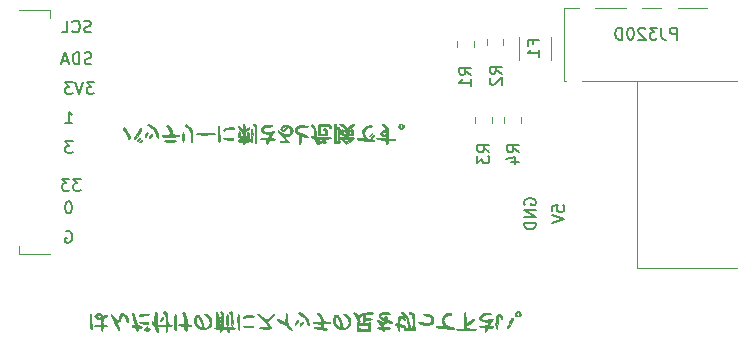
<source format=gbr>
%TF.GenerationSoftware,KiCad,Pcbnew,(5.1.6)-1*%
%TF.CreationDate,2022-07-31T05:20:52+09:00*%
%TF.ProjectId,az-core-top,617a2d63-6f72-4652-9d74-6f702e6b6963,rev?*%
%TF.SameCoordinates,Original*%
%TF.FileFunction,Legend,Bot*%
%TF.FilePolarity,Positive*%
%FSLAX46Y46*%
G04 Gerber Fmt 4.6, Leading zero omitted, Abs format (unit mm)*
G04 Created by KiCad (PCBNEW (5.1.6)-1) date 2022-07-31 05:20:52*
%MOMM*%
%LPD*%
G01*
G04 APERTURE LIST*
%ADD10C,0.150000*%
%ADD11C,0.120000*%
%ADD12C,0.010000*%
G04 APERTURE END LIST*
D10*
X126290476Y-88004761D02*
X126147619Y-88052380D01*
X125909523Y-88052380D01*
X125814285Y-88004761D01*
X125766666Y-87957142D01*
X125719047Y-87861904D01*
X125719047Y-87766666D01*
X125766666Y-87671428D01*
X125814285Y-87623809D01*
X125909523Y-87576190D01*
X126100000Y-87528571D01*
X126195238Y-87480952D01*
X126242857Y-87433333D01*
X126290476Y-87338095D01*
X126290476Y-87242857D01*
X126242857Y-87147619D01*
X126195238Y-87100000D01*
X126100000Y-87052380D01*
X125861904Y-87052380D01*
X125719047Y-87100000D01*
X124719047Y-87957142D02*
X124766666Y-88004761D01*
X124909523Y-88052380D01*
X125004761Y-88052380D01*
X125147619Y-88004761D01*
X125242857Y-87909523D01*
X125290476Y-87814285D01*
X125338095Y-87623809D01*
X125338095Y-87480952D01*
X125290476Y-87290476D01*
X125242857Y-87195238D01*
X125147619Y-87100000D01*
X125004761Y-87052380D01*
X124909523Y-87052380D01*
X124766666Y-87100000D01*
X124719047Y-87147619D01*
X123814285Y-88052380D02*
X124290476Y-88052380D01*
X124290476Y-87052380D01*
X126314285Y-90704761D02*
X126171428Y-90752380D01*
X125933333Y-90752380D01*
X125838095Y-90704761D01*
X125790476Y-90657142D01*
X125742857Y-90561904D01*
X125742857Y-90466666D01*
X125790476Y-90371428D01*
X125838095Y-90323809D01*
X125933333Y-90276190D01*
X126123809Y-90228571D01*
X126219047Y-90180952D01*
X126266666Y-90133333D01*
X126314285Y-90038095D01*
X126314285Y-89942857D01*
X126266666Y-89847619D01*
X126219047Y-89800000D01*
X126123809Y-89752380D01*
X125885714Y-89752380D01*
X125742857Y-89800000D01*
X125314285Y-90752380D02*
X125314285Y-89752380D01*
X125076190Y-89752380D01*
X124933333Y-89800000D01*
X124838095Y-89895238D01*
X124790476Y-89990476D01*
X124742857Y-90180952D01*
X124742857Y-90323809D01*
X124790476Y-90514285D01*
X124838095Y-90609523D01*
X124933333Y-90704761D01*
X125076190Y-90752380D01*
X125314285Y-90752380D01*
X124361904Y-90466666D02*
X123885714Y-90466666D01*
X124457142Y-90752380D02*
X124123809Y-89752380D01*
X123790476Y-90752380D01*
X165352380Y-103209523D02*
X165352380Y-102733333D01*
X165828571Y-102685714D01*
X165780952Y-102733333D01*
X165733333Y-102828571D01*
X165733333Y-103066666D01*
X165780952Y-103161904D01*
X165828571Y-103209523D01*
X165923809Y-103257142D01*
X166161904Y-103257142D01*
X166257142Y-103209523D01*
X166304761Y-103161904D01*
X166352380Y-103066666D01*
X166352380Y-102828571D01*
X166304761Y-102733333D01*
X166257142Y-102685714D01*
X165352380Y-103542857D02*
X166352380Y-103876190D01*
X165352380Y-104209523D01*
X163000000Y-102638095D02*
X162952380Y-102542857D01*
X162952380Y-102400000D01*
X163000000Y-102257142D01*
X163095238Y-102161904D01*
X163190476Y-102114285D01*
X163380952Y-102066666D01*
X163523809Y-102066666D01*
X163714285Y-102114285D01*
X163809523Y-102161904D01*
X163904761Y-102257142D01*
X163952380Y-102400000D01*
X163952380Y-102495238D01*
X163904761Y-102638095D01*
X163857142Y-102685714D01*
X163523809Y-102685714D01*
X163523809Y-102495238D01*
X163952380Y-103114285D02*
X162952380Y-103114285D01*
X163952380Y-103685714D01*
X162952380Y-103685714D01*
X163952380Y-104161904D02*
X162952380Y-104161904D01*
X162952380Y-104400000D01*
X163000000Y-104542857D01*
X163095238Y-104638095D01*
X163190476Y-104685714D01*
X163380952Y-104733333D01*
X163523809Y-104733333D01*
X163714285Y-104685714D01*
X163809523Y-104638095D01*
X163904761Y-104542857D01*
X163952380Y-104400000D01*
X163952380Y-104161904D01*
X124447619Y-102352380D02*
X124352380Y-102352380D01*
X124257142Y-102400000D01*
X124209523Y-102447619D01*
X124161904Y-102542857D01*
X124114285Y-102733333D01*
X124114285Y-102971428D01*
X124161904Y-103161904D01*
X124209523Y-103257142D01*
X124257142Y-103304761D01*
X124352380Y-103352380D01*
X124447619Y-103352380D01*
X124542857Y-103304761D01*
X124590476Y-103257142D01*
X124638095Y-103161904D01*
X124685714Y-102971428D01*
X124685714Y-102733333D01*
X124638095Y-102542857D01*
X124590476Y-102447619D01*
X124542857Y-102400000D01*
X124447619Y-102352380D01*
X125409523Y-100452380D02*
X124790476Y-100452380D01*
X125123809Y-100833333D01*
X124980952Y-100833333D01*
X124885714Y-100880952D01*
X124838095Y-100928571D01*
X124790476Y-101023809D01*
X124790476Y-101261904D01*
X124838095Y-101357142D01*
X124885714Y-101404761D01*
X124980952Y-101452380D01*
X125266666Y-101452380D01*
X125361904Y-101404761D01*
X125409523Y-101357142D01*
X124457142Y-100452380D02*
X123838095Y-100452380D01*
X124171428Y-100833333D01*
X124028571Y-100833333D01*
X123933333Y-100880952D01*
X123885714Y-100928571D01*
X123838095Y-101023809D01*
X123838095Y-101261904D01*
X123885714Y-101357142D01*
X123933333Y-101404761D01*
X124028571Y-101452380D01*
X124314285Y-101452380D01*
X124409523Y-101404761D01*
X124457142Y-101357142D01*
X124733333Y-97252380D02*
X124114285Y-97252380D01*
X124447619Y-97633333D01*
X124304761Y-97633333D01*
X124209523Y-97680952D01*
X124161904Y-97728571D01*
X124114285Y-97823809D01*
X124114285Y-98061904D01*
X124161904Y-98157142D01*
X124209523Y-98204761D01*
X124304761Y-98252380D01*
X124590476Y-98252380D01*
X124685714Y-98204761D01*
X124733333Y-98157142D01*
X124114285Y-95752380D02*
X124685714Y-95752380D01*
X124400000Y-95752380D02*
X124400000Y-94752380D01*
X124495238Y-94895238D01*
X124590476Y-94990476D01*
X124685714Y-95038095D01*
X126538095Y-92252380D02*
X125919047Y-92252380D01*
X126252380Y-92633333D01*
X126109523Y-92633333D01*
X126014285Y-92680952D01*
X125966666Y-92728571D01*
X125919047Y-92823809D01*
X125919047Y-93061904D01*
X125966666Y-93157142D01*
X126014285Y-93204761D01*
X126109523Y-93252380D01*
X126395238Y-93252380D01*
X126490476Y-93204761D01*
X126538095Y-93157142D01*
X125633333Y-92252380D02*
X125300000Y-93252380D01*
X124966666Y-92252380D01*
X124728571Y-92252380D02*
X124109523Y-92252380D01*
X124442857Y-92633333D01*
X124300000Y-92633333D01*
X124204761Y-92680952D01*
X124157142Y-92728571D01*
X124109523Y-92823809D01*
X124109523Y-93061904D01*
X124157142Y-93157142D01*
X124204761Y-93204761D01*
X124300000Y-93252380D01*
X124585714Y-93252380D01*
X124680952Y-93204761D01*
X124728571Y-93157142D01*
X124138095Y-104900000D02*
X124233333Y-104852380D01*
X124376190Y-104852380D01*
X124519047Y-104900000D01*
X124614285Y-104995238D01*
X124661904Y-105090476D01*
X124709523Y-105280952D01*
X124709523Y-105423809D01*
X124661904Y-105614285D01*
X124614285Y-105709523D01*
X124519047Y-105804761D01*
X124376190Y-105852380D01*
X124280952Y-105852380D01*
X124138095Y-105804761D01*
X124090476Y-105757142D01*
X124090476Y-105423809D01*
X124280952Y-105423809D01*
D11*
%TO.C,F1*%
X165200000Y-90400000D02*
X165200000Y-88400000D01*
X162500000Y-90400000D02*
X162500000Y-88400000D01*
%TO.C,REF\u002A\u002A*%
X122830000Y-86180000D02*
X120170000Y-86180000D01*
X120170000Y-106150000D02*
X120170000Y-106820000D01*
X122830000Y-106820000D02*
X120170000Y-106820000D01*
X122830000Y-86180000D02*
X122830000Y-86850000D01*
X172500000Y-92200000D02*
X181000000Y-92200000D01*
X172500000Y-108000000D02*
X181000000Y-108000000D01*
X172500000Y-92200000D02*
X172500000Y-108000000D01*
%TO.C,R4*%
X161290000Y-95758578D02*
X161290000Y-95241422D01*
X162710000Y-95758578D02*
X162710000Y-95241422D01*
%TO.C,R3*%
X160210000Y-95758578D02*
X160210000Y-95241422D01*
X158790000Y-95758578D02*
X158790000Y-95241422D01*
D12*
%TO.C,G\u002A\u002A\u002A*%
G36*
X133231811Y-97293811D02*
G01*
X133407874Y-97271360D01*
X133480057Y-97238397D01*
X133480526Y-97235263D01*
X133418322Y-97201583D01*
X133249938Y-97178108D01*
X133002719Y-97168483D01*
X132979210Y-97168421D01*
X132726610Y-97176715D01*
X132550547Y-97199166D01*
X132478364Y-97232128D01*
X132477895Y-97235263D01*
X132540099Y-97268943D01*
X132708482Y-97292418D01*
X132955701Y-97302042D01*
X132979210Y-97302105D01*
X133231811Y-97293811D01*
G37*
X133231811Y-97293811D02*
X133407874Y-97271360D01*
X133480057Y-97238397D01*
X133480526Y-97235263D01*
X133418322Y-97201583D01*
X133249938Y-97178108D01*
X133002719Y-97168483D01*
X132979210Y-97168421D01*
X132726610Y-97176715D01*
X132550547Y-97199166D01*
X132478364Y-97232128D01*
X132477895Y-97235263D01*
X132540099Y-97268943D01*
X132708482Y-97292418D01*
X132955701Y-97302042D01*
X132979210Y-97302105D01*
X133231811Y-97293811D01*
G36*
X130550021Y-97315619D02*
G01*
X130583250Y-97265801D01*
X130603159Y-97152844D01*
X130549252Y-97141767D01*
X130439581Y-97234853D01*
X130360810Y-97331520D01*
X130374224Y-97365409D01*
X130430948Y-97368947D01*
X130550021Y-97315619D01*
G37*
X130550021Y-97315619D02*
X130583250Y-97265801D01*
X130603159Y-97152844D01*
X130549252Y-97141767D01*
X130439581Y-97234853D01*
X130360810Y-97331520D01*
X130374224Y-97365409D01*
X130430948Y-97368947D01*
X130550021Y-97315619D01*
G36*
X138248559Y-97135277D02*
G01*
X138310959Y-97122006D01*
X138332757Y-97049727D01*
X138323724Y-97030118D01*
X138243992Y-96996730D01*
X138082897Y-96976339D01*
X137883757Y-96969136D01*
X137689889Y-96975311D01*
X137544609Y-96995055D01*
X137491052Y-97026459D01*
X137550558Y-97059975D01*
X137699870Y-97092721D01*
X137895179Y-97119589D01*
X138092678Y-97135477D01*
X138248559Y-97135277D01*
G37*
X138248559Y-97135277D02*
X138310959Y-97122006D01*
X138332757Y-97049727D01*
X138323724Y-97030118D01*
X138243992Y-96996730D01*
X138082897Y-96976339D01*
X137883757Y-96969136D01*
X137689889Y-96975311D01*
X137544609Y-96995055D01*
X137491052Y-97026459D01*
X137550558Y-97059975D01*
X137699870Y-97092721D01*
X137895179Y-97119589D01*
X138092678Y-97135477D01*
X138248559Y-97135277D01*
G36*
X130342759Y-97190404D02*
G01*
X130447339Y-97091161D01*
X130472631Y-97021368D01*
X130434413Y-96969001D01*
X130337512Y-97010428D01*
X130238684Y-97101579D01*
X130164616Y-97198998D01*
X130187484Y-97233518D01*
X130214956Y-97235263D01*
X130342759Y-97190404D01*
G37*
X130342759Y-97190404D02*
X130447339Y-97091161D01*
X130472631Y-97021368D01*
X130434413Y-96969001D01*
X130337512Y-97010428D01*
X130238684Y-97101579D01*
X130164616Y-97198998D01*
X130187484Y-97233518D01*
X130214956Y-97235263D01*
X130342759Y-97190404D01*
G36*
X150183416Y-96931230D02*
G01*
X150269062Y-96850091D01*
X150291368Y-96767755D01*
X150270073Y-96741474D01*
X150185743Y-96756836D01*
X150089363Y-96835786D01*
X150014401Y-96931661D01*
X150034013Y-96965395D01*
X150072245Y-96967894D01*
X150183416Y-96931230D01*
G37*
X150183416Y-96931230D02*
X150269062Y-96850091D01*
X150291368Y-96767755D01*
X150270073Y-96741474D01*
X150185743Y-96756836D01*
X150089363Y-96835786D01*
X150014401Y-96931661D01*
X150034013Y-96965395D01*
X150072245Y-96967894D01*
X150183416Y-96931230D01*
G36*
X136305776Y-96695174D02*
G01*
X136566278Y-96679969D01*
X136719902Y-96656183D01*
X136755789Y-96633684D01*
X136691570Y-96604343D01*
X136509105Y-96582634D01*
X136223679Y-96569832D01*
X135953684Y-96566842D01*
X135601592Y-96572193D01*
X135341090Y-96587399D01*
X135187466Y-96611184D01*
X135151579Y-96633684D01*
X135215797Y-96663025D01*
X135398263Y-96684733D01*
X135683689Y-96697535D01*
X135953684Y-96700526D01*
X136305776Y-96695174D01*
G37*
X136305776Y-96695174D02*
X136566278Y-96679969D01*
X136719902Y-96656183D01*
X136755789Y-96633684D01*
X136691570Y-96604343D01*
X136509105Y-96582634D01*
X136223679Y-96569832D01*
X135953684Y-96566842D01*
X135601592Y-96572193D01*
X135341090Y-96587399D01*
X135187466Y-96611184D01*
X135151579Y-96633684D01*
X135215797Y-96663025D01*
X135398263Y-96684733D01*
X135683689Y-96697535D01*
X135953684Y-96700526D01*
X136305776Y-96695174D01*
G36*
X131341981Y-96917001D02*
G01*
X131422509Y-96802491D01*
X131451720Y-96681619D01*
X131430881Y-96629407D01*
X131364648Y-96641692D01*
X131275590Y-96745574D01*
X131260692Y-96770268D01*
X131193141Y-96905021D01*
X131200191Y-96960409D01*
X131242073Y-96967894D01*
X131341981Y-96917001D01*
G37*
X131341981Y-96917001D02*
X131422509Y-96802491D01*
X131451720Y-96681619D01*
X131430881Y-96629407D01*
X131364648Y-96641692D01*
X131275590Y-96745574D01*
X131260692Y-96770268D01*
X131193141Y-96905021D01*
X131200191Y-96960409D01*
X131242073Y-96967894D01*
X131341981Y-96917001D01*
G36*
X149941835Y-96798121D02*
G01*
X150037917Y-96726549D01*
X150107623Y-96630334D01*
X150114988Y-96572595D01*
X150061070Y-96545115D01*
X149961375Y-96628965D01*
X149880503Y-96739347D01*
X149867701Y-96800508D01*
X149941835Y-96798121D01*
G37*
X149941835Y-96798121D02*
X150037917Y-96726549D01*
X150107623Y-96630334D01*
X150114988Y-96572595D01*
X150061070Y-96545115D01*
X149961375Y-96628965D01*
X149880503Y-96739347D01*
X149867701Y-96800508D01*
X149941835Y-96798121D01*
G36*
X134117709Y-97241221D02*
G01*
X134141847Y-97082171D01*
X134148947Y-96901052D01*
X134138800Y-96687429D01*
X134112292Y-96542599D01*
X134082105Y-96500000D01*
X134046501Y-96560883D01*
X134022363Y-96719933D01*
X134015263Y-96901052D01*
X134025410Y-97114676D01*
X134051919Y-97259505D01*
X134082105Y-97302105D01*
X134117709Y-97241221D01*
G37*
X134117709Y-97241221D02*
X134141847Y-97082171D01*
X134148947Y-96901052D01*
X134138800Y-96687429D01*
X134112292Y-96542599D01*
X134082105Y-96500000D01*
X134046501Y-96560883D01*
X134022363Y-96719933D01*
X134015263Y-96901052D01*
X134025410Y-97114676D01*
X134051919Y-97259505D01*
X134082105Y-97302105D01*
X134117709Y-97241221D01*
G36*
X130905494Y-96880307D02*
G01*
X130987444Y-96791284D01*
X131054494Y-96671527D01*
X131074210Y-96587487D01*
X131046184Y-96505133D01*
X130978496Y-96528727D01*
X130895733Y-96646988D01*
X130881911Y-96675743D01*
X130837031Y-96814809D01*
X130843225Y-96892874D01*
X130905494Y-96880307D01*
G37*
X130905494Y-96880307D02*
X130987444Y-96791284D01*
X131054494Y-96671527D01*
X131074210Y-96587487D01*
X131046184Y-96505133D01*
X130978496Y-96528727D01*
X130895733Y-96646988D01*
X130881911Y-96675743D01*
X130837031Y-96814809D01*
X130843225Y-96892874D01*
X130905494Y-96880307D01*
G36*
X137628828Y-96321618D02*
G01*
X137639219Y-96311728D01*
X137747448Y-96266757D01*
X137937962Y-96238103D01*
X138072579Y-96232631D01*
X138269699Y-96221251D01*
X138398317Y-96191995D01*
X138426842Y-96165789D01*
X138368036Y-96120877D01*
X138219267Y-96098717D01*
X138022002Y-96097642D01*
X137817714Y-96115980D01*
X137647872Y-96152063D01*
X137556554Y-96200825D01*
X137507692Y-96306523D01*
X137541099Y-96359286D01*
X137628828Y-96321618D01*
G37*
X137628828Y-96321618D02*
X137639219Y-96311728D01*
X137747448Y-96266757D01*
X137937962Y-96238103D01*
X138072579Y-96232631D01*
X138269699Y-96221251D01*
X138398317Y-96191995D01*
X138426842Y-96165789D01*
X138368036Y-96120877D01*
X138219267Y-96098717D01*
X138022002Y-96097642D01*
X137817714Y-96115980D01*
X137647872Y-96152063D01*
X137556554Y-96200825D01*
X137507692Y-96306523D01*
X137541099Y-96359286D01*
X137628828Y-96321618D01*
G36*
X130032648Y-97051842D02*
G01*
X130164066Y-96917850D01*
X130327811Y-96677622D01*
X130435991Y-96490529D01*
X130531084Y-96302322D01*
X130557347Y-96197229D01*
X130520879Y-96147650D01*
X130512531Y-96144103D01*
X130417641Y-96172826D01*
X130335958Y-96306691D01*
X130244365Y-96485691D01*
X130113245Y-96696615D01*
X130064026Y-96767186D01*
X129960549Y-96935236D01*
X129928617Y-97046306D01*
X129941446Y-97070353D01*
X130032648Y-97051842D01*
G37*
X130032648Y-97051842D02*
X130164066Y-96917850D01*
X130327811Y-96677622D01*
X130435991Y-96490529D01*
X130531084Y-96302322D01*
X130557347Y-96197229D01*
X130520879Y-96147650D01*
X130512531Y-96144103D01*
X130417641Y-96172826D01*
X130335958Y-96306691D01*
X130244365Y-96485691D01*
X130113245Y-96696615D01*
X130064026Y-96767186D01*
X129960549Y-96935236D01*
X129928617Y-97046306D01*
X129941446Y-97070353D01*
X130032648Y-97051842D01*
G36*
X129498587Y-97060763D02*
G01*
X129553271Y-97019955D01*
X129554650Y-96934447D01*
X129502902Y-96765917D01*
X129499994Y-96757655D01*
X129404261Y-96535562D01*
X129286350Y-96329006D01*
X129169048Y-96172449D01*
X129075142Y-96100348D01*
X129064396Y-96098947D01*
X129003125Y-96127176D01*
X129002105Y-96133381D01*
X129032460Y-96205326D01*
X129111362Y-96357610D01*
X129202631Y-96523127D01*
X129310071Y-96730655D01*
X129382846Y-96904055D01*
X129403158Y-96987912D01*
X129443868Y-97065808D01*
X129498587Y-97060763D01*
G37*
X129498587Y-97060763D02*
X129553271Y-97019955D01*
X129554650Y-96934447D01*
X129502902Y-96765917D01*
X129499994Y-96757655D01*
X129404261Y-96535562D01*
X129286350Y-96329006D01*
X129169048Y-96172449D01*
X129075142Y-96100348D01*
X129064396Y-96098947D01*
X129003125Y-96127176D01*
X129002105Y-96133381D01*
X129032460Y-96205326D01*
X129111362Y-96357610D01*
X129202631Y-96523127D01*
X129310071Y-96730655D01*
X129382846Y-96904055D01*
X129403158Y-96987912D01*
X129443868Y-97065808D01*
X129498587Y-97060763D01*
G36*
X137168577Y-97331089D02*
G01*
X137184480Y-97234458D01*
X137188013Y-97049080D01*
X137181334Y-96809018D01*
X137166602Y-96548335D01*
X137145976Y-96301092D01*
X137121613Y-96101353D01*
X137095672Y-95983178D01*
X137082027Y-95965263D01*
X137056269Y-96027035D01*
X137037374Y-96192199D01*
X137028141Y-96430521D01*
X137027856Y-96550131D01*
X137038420Y-96880726D01*
X137062350Y-97136403D01*
X137096747Y-97301062D01*
X137138708Y-97358600D01*
X137168577Y-97331089D01*
G37*
X137168577Y-97331089D02*
X137184480Y-97234458D01*
X137188013Y-97049080D01*
X137181334Y-96809018D01*
X137166602Y-96548335D01*
X137145976Y-96301092D01*
X137121613Y-96101353D01*
X137095672Y-95983178D01*
X137082027Y-95965263D01*
X137056269Y-96027035D01*
X137037374Y-96192199D01*
X137028141Y-96430521D01*
X137027856Y-96550131D01*
X137038420Y-96880726D01*
X137062350Y-97136403D01*
X137096747Y-97301062D01*
X137138708Y-97358600D01*
X137168577Y-97331089D01*
G36*
X150247855Y-97267583D02*
G01*
X150251483Y-97199008D01*
X150160708Y-97136128D01*
X150013591Y-97102657D01*
X149981440Y-97101579D01*
X149763055Y-97042045D01*
X149565429Y-96889961D01*
X149428329Y-96685104D01*
X149388947Y-96508932D01*
X149448359Y-96302786D01*
X149609406Y-96158986D01*
X149846306Y-96099428D01*
X149871715Y-96098947D01*
X150019926Y-96067054D01*
X150057368Y-95998684D01*
X150027236Y-95930469D01*
X149921054Y-95911252D01*
X149715145Y-95937739D01*
X149674358Y-95945419D01*
X149475615Y-96044771D01*
X149337208Y-96230600D01*
X149270371Y-96465041D01*
X149286339Y-96710230D01*
X149386368Y-96916012D01*
X149517472Y-97082685D01*
X149235973Y-97028201D01*
X148997385Y-96985946D01*
X148861419Y-96975997D01*
X148800593Y-96999929D01*
X148787368Y-97053915D01*
X148839498Y-97101931D01*
X149001924Y-97146625D01*
X149283702Y-97190031D01*
X149505899Y-97215472D01*
X149799868Y-97244130D01*
X150040242Y-97263317D01*
X150198800Y-97271051D01*
X150247855Y-97267583D01*
G37*
X150247855Y-97267583D02*
X150251483Y-97199008D01*
X150160708Y-97136128D01*
X150013591Y-97102657D01*
X149981440Y-97101579D01*
X149763055Y-97042045D01*
X149565429Y-96889961D01*
X149428329Y-96685104D01*
X149388947Y-96508932D01*
X149448359Y-96302786D01*
X149609406Y-96158986D01*
X149846306Y-96099428D01*
X149871715Y-96098947D01*
X150019926Y-96067054D01*
X150057368Y-95998684D01*
X150027236Y-95930469D01*
X149921054Y-95911252D01*
X149715145Y-95937739D01*
X149674358Y-95945419D01*
X149475615Y-96044771D01*
X149337208Y-96230600D01*
X149270371Y-96465041D01*
X149286339Y-96710230D01*
X149386368Y-96916012D01*
X149517472Y-97082685D01*
X149235973Y-97028201D01*
X148997385Y-96985946D01*
X148861419Y-96975997D01*
X148800593Y-96999929D01*
X148787368Y-97053915D01*
X148839498Y-97101931D01*
X149001924Y-97146625D01*
X149283702Y-97190031D01*
X149505899Y-97215472D01*
X149799868Y-97244130D01*
X150040242Y-97263317D01*
X150198800Y-97271051D01*
X150247855Y-97267583D01*
G36*
X144012808Y-97440986D02*
G01*
X144037994Y-97275649D01*
X144041579Y-97160065D01*
X144045095Y-96959926D01*
X144067811Y-96863140D01*
X144127976Y-96839380D01*
X144225395Y-96854595D01*
X144407726Y-96899125D01*
X144526184Y-96936944D01*
X144622750Y-96940739D01*
X144643158Y-96874783D01*
X144588547Y-96783714D01*
X144526184Y-96766715D01*
X144403463Y-96739196D01*
X144210655Y-96668974D01*
X144058289Y-96602685D01*
X143834752Y-96481116D01*
X143725275Y-96373451D01*
X143707368Y-96306493D01*
X143733334Y-96187560D01*
X143826430Y-96114761D01*
X144009458Y-96078241D01*
X144258310Y-96068317D01*
X144465148Y-96056292D01*
X144605173Y-96028018D01*
X144643992Y-95998684D01*
X144584383Y-95962243D01*
X144431558Y-95935524D01*
X144225791Y-95921103D01*
X144007357Y-95921554D01*
X143816534Y-95939453D01*
X143791031Y-95944153D01*
X143659592Y-96027689D01*
X143595795Y-96182766D01*
X143597895Y-96366657D01*
X143664149Y-96536634D01*
X143792812Y-96649972D01*
X143820267Y-96660376D01*
X143887735Y-96701784D01*
X143920123Y-96792656D01*
X143924800Y-96965961D01*
X143918668Y-97100647D01*
X143916209Y-97349684D01*
X143942291Y-97482530D01*
X143968800Y-97502631D01*
X144012808Y-97440986D01*
G37*
X144012808Y-97440986D02*
X144037994Y-97275649D01*
X144041579Y-97160065D01*
X144045095Y-96959926D01*
X144067811Y-96863140D01*
X144127976Y-96839380D01*
X144225395Y-96854595D01*
X144407726Y-96899125D01*
X144526184Y-96936944D01*
X144622750Y-96940739D01*
X144643158Y-96874783D01*
X144588547Y-96783714D01*
X144526184Y-96766715D01*
X144403463Y-96739196D01*
X144210655Y-96668974D01*
X144058289Y-96602685D01*
X143834752Y-96481116D01*
X143725275Y-96373451D01*
X143707368Y-96306493D01*
X143733334Y-96187560D01*
X143826430Y-96114761D01*
X144009458Y-96078241D01*
X144258310Y-96068317D01*
X144465148Y-96056292D01*
X144605173Y-96028018D01*
X144643992Y-95998684D01*
X144584383Y-95962243D01*
X144431558Y-95935524D01*
X144225791Y-95921103D01*
X144007357Y-95921554D01*
X143816534Y-95939453D01*
X143791031Y-95944153D01*
X143659592Y-96027689D01*
X143595795Y-96182766D01*
X143597895Y-96366657D01*
X143664149Y-96536634D01*
X143792812Y-96649972D01*
X143820267Y-96660376D01*
X143887735Y-96701784D01*
X143920123Y-96792656D01*
X143924800Y-96965961D01*
X143918668Y-97100647D01*
X143916209Y-97349684D01*
X143942291Y-97482530D01*
X143968800Y-97502631D01*
X144012808Y-97440986D01*
G36*
X141235308Y-97428869D02*
G01*
X141286676Y-97314612D01*
X141346505Y-97190373D01*
X141439157Y-97146842D01*
X141594005Y-97154820D01*
X141765957Y-97156489D01*
X141835366Y-97114152D01*
X141835789Y-97108891D01*
X141780652Y-97045539D01*
X141718816Y-97033713D01*
X141544062Y-97006461D01*
X141488033Y-96925246D01*
X141549404Y-96784721D01*
X141631564Y-96681530D01*
X141759142Y-96516064D01*
X141779013Y-96425514D01*
X141686744Y-96403782D01*
X141477901Y-96444771D01*
X141462360Y-96448880D01*
X141196410Y-96490373D01*
X140987163Y-96466334D01*
X140859926Y-96382888D01*
X140833158Y-96296545D01*
X140894935Y-96168402D01*
X141065593Y-96077607D01*
X141323121Y-96034326D01*
X141405667Y-96032105D01*
X141558562Y-96015021D01*
X141633677Y-95973113D01*
X141635263Y-95965263D01*
X141575186Y-95926951D01*
X141421744Y-95902769D01*
X141304780Y-95898421D01*
X141048445Y-95921104D01*
X140862715Y-96000672D01*
X140794899Y-96052732D01*
X140670445Y-96217425D01*
X140666220Y-96375041D01*
X140769148Y-96508403D01*
X140966156Y-96600336D01*
X141237129Y-96633684D01*
X141370123Y-96643514D01*
X141395925Y-96697701D01*
X141355732Y-96800789D01*
X141290197Y-96903740D01*
X141188079Y-96953230D01*
X141005483Y-96967615D01*
X140956113Y-96967894D01*
X140769012Y-96980293D01*
X140652203Y-97011894D01*
X140632631Y-97034736D01*
X140692006Y-97076256D01*
X140840660Y-97099668D01*
X140905311Y-97101579D01*
X141077329Y-97107072D01*
X141147566Y-97142202D01*
X141147915Y-97234939D01*
X141133947Y-97302105D01*
X141123081Y-97455632D01*
X141165216Y-97498570D01*
X141235308Y-97428869D01*
G37*
X141235308Y-97428869D02*
X141286676Y-97314612D01*
X141346505Y-97190373D01*
X141439157Y-97146842D01*
X141594005Y-97154820D01*
X141765957Y-97156489D01*
X141835366Y-97114152D01*
X141835789Y-97108891D01*
X141780652Y-97045539D01*
X141718816Y-97033713D01*
X141544062Y-97006461D01*
X141488033Y-96925246D01*
X141549404Y-96784721D01*
X141631564Y-96681530D01*
X141759142Y-96516064D01*
X141779013Y-96425514D01*
X141686744Y-96403782D01*
X141477901Y-96444771D01*
X141462360Y-96448880D01*
X141196410Y-96490373D01*
X140987163Y-96466334D01*
X140859926Y-96382888D01*
X140833158Y-96296545D01*
X140894935Y-96168402D01*
X141065593Y-96077607D01*
X141323121Y-96034326D01*
X141405667Y-96032105D01*
X141558562Y-96015021D01*
X141633677Y-95973113D01*
X141635263Y-95965263D01*
X141575186Y-95926951D01*
X141421744Y-95902769D01*
X141304780Y-95898421D01*
X141048445Y-95921104D01*
X140862715Y-96000672D01*
X140794899Y-96052732D01*
X140670445Y-96217425D01*
X140666220Y-96375041D01*
X140769148Y-96508403D01*
X140966156Y-96600336D01*
X141237129Y-96633684D01*
X141370123Y-96643514D01*
X141395925Y-96697701D01*
X141355732Y-96800789D01*
X141290197Y-96903740D01*
X141188079Y-96953230D01*
X141005483Y-96967615D01*
X140956113Y-96967894D01*
X140769012Y-96980293D01*
X140652203Y-97011894D01*
X140632631Y-97034736D01*
X140692006Y-97076256D01*
X140840660Y-97099668D01*
X140905311Y-97101579D01*
X141077329Y-97107072D01*
X141147566Y-97142202D01*
X141147915Y-97234939D01*
X141133947Y-97302105D01*
X141123081Y-97455632D01*
X141165216Y-97498570D01*
X141235308Y-97428869D01*
G36*
X133029342Y-96886531D02*
G01*
X133354869Y-96872705D01*
X133601158Y-96850770D01*
X133748177Y-96823009D01*
X133781316Y-96800789D01*
X133721325Y-96757957D01*
X133568722Y-96724077D01*
X133463816Y-96713574D01*
X133261901Y-96689006D01*
X133165216Y-96641349D01*
X133144848Y-96579890D01*
X133113297Y-96421219D01*
X133037039Y-96231802D01*
X132938648Y-96054027D01*
X132840695Y-95930283D01*
X132781952Y-95898421D01*
X132690750Y-95919330D01*
X132678421Y-95938009D01*
X132715717Y-96012786D01*
X132806083Y-96139854D01*
X132812105Y-96147550D01*
X132909073Y-96330840D01*
X132945789Y-96509014D01*
X132937712Y-96622423D01*
X132890515Y-96678981D01*
X132769756Y-96698425D01*
X132611579Y-96700526D01*
X132402691Y-96710855D01*
X132300233Y-96747164D01*
X132277368Y-96802978D01*
X132295257Y-96847634D01*
X132363297Y-96875781D01*
X132503055Y-96889814D01*
X132736093Y-96892129D01*
X133029342Y-96886531D01*
G37*
X133029342Y-96886531D02*
X133354869Y-96872705D01*
X133601158Y-96850770D01*
X133748177Y-96823009D01*
X133781316Y-96800789D01*
X133721325Y-96757957D01*
X133568722Y-96724077D01*
X133463816Y-96713574D01*
X133261901Y-96689006D01*
X133165216Y-96641349D01*
X133144848Y-96579890D01*
X133113297Y-96421219D01*
X133037039Y-96231802D01*
X132938648Y-96054027D01*
X132840695Y-95930283D01*
X132781952Y-95898421D01*
X132690750Y-95919330D01*
X132678421Y-95938009D01*
X132715717Y-96012786D01*
X132806083Y-96139854D01*
X132812105Y-96147550D01*
X132909073Y-96330840D01*
X132945789Y-96509014D01*
X132937712Y-96622423D01*
X132890515Y-96678981D01*
X132769756Y-96698425D01*
X132611579Y-96700526D01*
X132402691Y-96710855D01*
X132300233Y-96747164D01*
X132277368Y-96802978D01*
X132295257Y-96847634D01*
X132363297Y-96875781D01*
X132503055Y-96889814D01*
X132736093Y-96892129D01*
X133029342Y-96886531D01*
G36*
X151441429Y-97444525D02*
G01*
X151461052Y-97335526D01*
X151473519Y-97232409D01*
X151534800Y-97183553D01*
X151680712Y-97169059D01*
X151761842Y-97168421D01*
X151941226Y-97155145D01*
X152048829Y-97121554D01*
X152062631Y-97101579D01*
X152002889Y-97061715D01*
X151851733Y-97037804D01*
X151761842Y-97034736D01*
X151461052Y-97034736D01*
X151461052Y-96638812D01*
X151449809Y-96387951D01*
X151405733Y-96215702D01*
X151313307Y-96068120D01*
X151288005Y-96037233D01*
X151154558Y-95909319D01*
X151028842Y-95835807D01*
X150943947Y-95831804D01*
X150926316Y-95872090D01*
X150973399Y-95937243D01*
X151087314Y-96039217D01*
X151093421Y-96044047D01*
X151229136Y-96173438D01*
X151242186Y-96257431D01*
X151132256Y-96304503D01*
X151083452Y-96311744D01*
X150922239Y-96369500D01*
X150833136Y-96449868D01*
X150808593Y-96565821D01*
X150940233Y-96565821D01*
X150962024Y-96496299D01*
X151056546Y-96442890D01*
X151171799Y-96475454D01*
X151245829Y-96574917D01*
X151247949Y-96584320D01*
X151222731Y-96680156D01*
X151135688Y-96700526D01*
X150993389Y-96661367D01*
X150940233Y-96565821D01*
X150808593Y-96565821D01*
X150800729Y-96602969D01*
X150878949Y-96736032D01*
X151045399Y-96815766D01*
X151083452Y-96821939D01*
X151213926Y-96864680D01*
X151260526Y-96926468D01*
X151217914Y-96973412D01*
X151078070Y-96989803D01*
X150859473Y-96980836D01*
X150603243Y-96974079D01*
X150475027Y-97000330D01*
X150458421Y-97026703D01*
X150516267Y-97080122D01*
X150650592Y-97101579D01*
X150969815Y-97122573D01*
X151169038Y-97187473D01*
X151255492Y-97299151D01*
X151260526Y-97343881D01*
X151296927Y-97472001D01*
X151360789Y-97502631D01*
X151441429Y-97444525D01*
G37*
X151441429Y-97444525D02*
X151461052Y-97335526D01*
X151473519Y-97232409D01*
X151534800Y-97183553D01*
X151680712Y-97169059D01*
X151761842Y-97168421D01*
X151941226Y-97155145D01*
X152048829Y-97121554D01*
X152062631Y-97101579D01*
X152002889Y-97061715D01*
X151851733Y-97037804D01*
X151761842Y-97034736D01*
X151461052Y-97034736D01*
X151461052Y-96638812D01*
X151449809Y-96387951D01*
X151405733Y-96215702D01*
X151313307Y-96068120D01*
X151288005Y-96037233D01*
X151154558Y-95909319D01*
X151028842Y-95835807D01*
X150943947Y-95831804D01*
X150926316Y-95872090D01*
X150973399Y-95937243D01*
X151087314Y-96039217D01*
X151093421Y-96044047D01*
X151229136Y-96173438D01*
X151242186Y-96257431D01*
X151132256Y-96304503D01*
X151083452Y-96311744D01*
X150922239Y-96369500D01*
X150833136Y-96449868D01*
X150808593Y-96565821D01*
X150940233Y-96565821D01*
X150962024Y-96496299D01*
X151056546Y-96442890D01*
X151171799Y-96475454D01*
X151245829Y-96574917D01*
X151247949Y-96584320D01*
X151222731Y-96680156D01*
X151135688Y-96700526D01*
X150993389Y-96661367D01*
X150940233Y-96565821D01*
X150808593Y-96565821D01*
X150800729Y-96602969D01*
X150878949Y-96736032D01*
X151045399Y-96815766D01*
X151083452Y-96821939D01*
X151213926Y-96864680D01*
X151260526Y-96926468D01*
X151217914Y-96973412D01*
X151078070Y-96989803D01*
X150859473Y-96980836D01*
X150603243Y-96974079D01*
X150475027Y-97000330D01*
X150458421Y-97026703D01*
X150516267Y-97080122D01*
X150650592Y-97101579D01*
X150969815Y-97122573D01*
X151169038Y-97187473D01*
X151255492Y-97299151D01*
X151260526Y-97343881D01*
X151296927Y-97472001D01*
X151360789Y-97502631D01*
X151441429Y-97444525D01*
G36*
X145551805Y-97471927D02*
G01*
X145696823Y-97382926D01*
X145857761Y-97370144D01*
X146057953Y-97376897D01*
X146146064Y-97357537D01*
X146143281Y-97296467D01*
X146086410Y-97201842D01*
X145976918Y-97034736D01*
X146279248Y-97034736D01*
X146459166Y-97021524D01*
X146567410Y-96988077D01*
X146581579Y-96967894D01*
X146518243Y-96936366D01*
X146341920Y-96913720D01*
X146073140Y-96902117D01*
X145946579Y-96901052D01*
X145311579Y-96901052D01*
X145311579Y-96562447D01*
X145278940Y-96232015D01*
X145185641Y-95990391D01*
X145084335Y-95882734D01*
X144972284Y-95835254D01*
X144911975Y-95857271D01*
X144910526Y-95867795D01*
X144951271Y-95937500D01*
X145044210Y-96047504D01*
X145140917Y-96213335D01*
X145176965Y-96456569D01*
X145177895Y-96517108D01*
X145172514Y-96710246D01*
X145147218Y-96798979D01*
X145088277Y-96812442D01*
X145044210Y-96800789D01*
X144931659Y-96782774D01*
X144930835Y-96833798D01*
X145040873Y-96950832D01*
X145102382Y-97004277D01*
X145207357Y-97118289D01*
X145394728Y-97118289D01*
X145423374Y-97056527D01*
X145532270Y-97034445D01*
X145674714Y-97049840D01*
X145804001Y-97100513D01*
X145850265Y-97139758D01*
X145890886Y-97205902D01*
X145846778Y-97230399D01*
X145694887Y-97224550D01*
X145679800Y-97223311D01*
X145507840Y-97189870D01*
X145403999Y-97133820D01*
X145394728Y-97118289D01*
X145207357Y-97118289D01*
X145260064Y-97175533D01*
X145377980Y-97368084D01*
X145381295Y-97375886D01*
X145445019Y-97509844D01*
X145494313Y-97533577D01*
X145551805Y-97471927D01*
G37*
X145551805Y-97471927D02*
X145696823Y-97382926D01*
X145857761Y-97370144D01*
X146057953Y-97376897D01*
X146146064Y-97357537D01*
X146143281Y-97296467D01*
X146086410Y-97201842D01*
X145976918Y-97034736D01*
X146279248Y-97034736D01*
X146459166Y-97021524D01*
X146567410Y-96988077D01*
X146581579Y-96967894D01*
X146518243Y-96936366D01*
X146341920Y-96913720D01*
X146073140Y-96902117D01*
X145946579Y-96901052D01*
X145311579Y-96901052D01*
X145311579Y-96562447D01*
X145278940Y-96232015D01*
X145185641Y-95990391D01*
X145084335Y-95882734D01*
X144972284Y-95835254D01*
X144911975Y-95857271D01*
X144910526Y-95867795D01*
X144951271Y-95937500D01*
X145044210Y-96047504D01*
X145140917Y-96213335D01*
X145176965Y-96456569D01*
X145177895Y-96517108D01*
X145172514Y-96710246D01*
X145147218Y-96798979D01*
X145088277Y-96812442D01*
X145044210Y-96800789D01*
X144931659Y-96782774D01*
X144930835Y-96833798D01*
X145040873Y-96950832D01*
X145102382Y-97004277D01*
X145207357Y-97118289D01*
X145394728Y-97118289D01*
X145423374Y-97056527D01*
X145532270Y-97034445D01*
X145674714Y-97049840D01*
X145804001Y-97100513D01*
X145850265Y-97139758D01*
X145890886Y-97205902D01*
X145846778Y-97230399D01*
X145694887Y-97224550D01*
X145679800Y-97223311D01*
X145507840Y-97189870D01*
X145403999Y-97133820D01*
X145394728Y-97118289D01*
X145207357Y-97118289D01*
X145260064Y-97175533D01*
X145377980Y-97368084D01*
X145381295Y-97375886D01*
X145445019Y-97509844D01*
X145494313Y-97533577D01*
X145551805Y-97471927D01*
G36*
X142850922Y-97364214D02*
G01*
X142995526Y-97351917D01*
X143038947Y-97337852D01*
X142998761Y-97273744D01*
X142896808Y-97146458D01*
X142831496Y-97070483D01*
X142624046Y-96834210D01*
X142834535Y-96834210D01*
X143037611Y-96783743D01*
X143222200Y-96656634D01*
X143345737Y-96489326D01*
X143373158Y-96373081D01*
X143312289Y-96173971D01*
X143152069Y-96009990D01*
X142926075Y-95902076D01*
X142667883Y-95871169D01*
X142583986Y-95880955D01*
X142433730Y-95959876D01*
X142341761Y-96101983D01*
X142338027Y-96159690D01*
X142437368Y-96159690D01*
X142488408Y-96088521D01*
X142600790Y-96034234D01*
X142713410Y-96018041D01*
X142762627Y-96046799D01*
X142740765Y-96140949D01*
X142685488Y-96213684D01*
X142567692Y-96273226D01*
X142468101Y-96241349D01*
X142437368Y-96159690D01*
X142338027Y-96159690D01*
X142331668Y-96257934D01*
X142368883Y-96330915D01*
X142482770Y-96416950D01*
X142545816Y-96433157D01*
X142666979Y-96383163D01*
X142803932Y-96264512D01*
X142905416Y-96124199D01*
X142919459Y-96090592D01*
X142959951Y-96032553D01*
X143039064Y-96072327D01*
X143061498Y-96090421D01*
X143148789Y-96235243D01*
X143168178Y-96425579D01*
X143115621Y-96592142D01*
X143092421Y-96620315D01*
X142938645Y-96688502D01*
X142727141Y-96678376D01*
X142499969Y-96600581D01*
X142299192Y-96465762D01*
X142241110Y-96404880D01*
X142143322Y-96337322D01*
X142089331Y-96341440D01*
X142095112Y-96407009D01*
X142177613Y-96534998D01*
X142283010Y-96658204D01*
X142454934Y-96845136D01*
X142609438Y-97019238D01*
X142673605Y-97094922D01*
X142805000Y-97255371D01*
X142559556Y-97216944D01*
X142375250Y-97206791D01*
X142286596Y-97255440D01*
X142277575Y-97273732D01*
X142283199Y-97327974D01*
X142368256Y-97357491D01*
X142556006Y-97368392D01*
X142639992Y-97368947D01*
X142850922Y-97364214D01*
G37*
X142850922Y-97364214D02*
X142995526Y-97351917D01*
X143038947Y-97337852D01*
X142998761Y-97273744D01*
X142896808Y-97146458D01*
X142831496Y-97070483D01*
X142624046Y-96834210D01*
X142834535Y-96834210D01*
X143037611Y-96783743D01*
X143222200Y-96656634D01*
X143345737Y-96489326D01*
X143373158Y-96373081D01*
X143312289Y-96173971D01*
X143152069Y-96009990D01*
X142926075Y-95902076D01*
X142667883Y-95871169D01*
X142583986Y-95880955D01*
X142433730Y-95959876D01*
X142341761Y-96101983D01*
X142338027Y-96159690D01*
X142437368Y-96159690D01*
X142488408Y-96088521D01*
X142600790Y-96034234D01*
X142713410Y-96018041D01*
X142762627Y-96046799D01*
X142740765Y-96140949D01*
X142685488Y-96213684D01*
X142567692Y-96273226D01*
X142468101Y-96241349D01*
X142437368Y-96159690D01*
X142338027Y-96159690D01*
X142331668Y-96257934D01*
X142368883Y-96330915D01*
X142482770Y-96416950D01*
X142545816Y-96433157D01*
X142666979Y-96383163D01*
X142803932Y-96264512D01*
X142905416Y-96124199D01*
X142919459Y-96090592D01*
X142959951Y-96032553D01*
X143039064Y-96072327D01*
X143061498Y-96090421D01*
X143148789Y-96235243D01*
X143168178Y-96425579D01*
X143115621Y-96592142D01*
X143092421Y-96620315D01*
X142938645Y-96688502D01*
X142727141Y-96678376D01*
X142499969Y-96600581D01*
X142299192Y-96465762D01*
X142241110Y-96404880D01*
X142143322Y-96337322D01*
X142089331Y-96341440D01*
X142095112Y-96407009D01*
X142177613Y-96534998D01*
X142283010Y-96658204D01*
X142454934Y-96845136D01*
X142609438Y-97019238D01*
X142673605Y-97094922D01*
X142805000Y-97255371D01*
X142559556Y-97216944D01*
X142375250Y-97206791D01*
X142286596Y-97255440D01*
X142277575Y-97273732D01*
X142283199Y-97327974D01*
X142368256Y-97357491D01*
X142556006Y-97368392D01*
X142639992Y-97368947D01*
X142850922Y-97364214D01*
G36*
X134862584Y-97307662D02*
G01*
X134879352Y-97121472D01*
X134874836Y-96806877D01*
X134874292Y-96793407D01*
X134860486Y-96513305D01*
X134839230Y-96331342D01*
X134798756Y-96212043D01*
X134727295Y-96119932D01*
X134619300Y-96024723D01*
X134446836Y-95889973D01*
X134341793Y-95839014D01*
X134276159Y-95862022D01*
X134250970Y-95895574D01*
X134275470Y-95965959D01*
X134388382Y-96050888D01*
X134401117Y-96057666D01*
X134577120Y-96193807D01*
X134687677Y-96398146D01*
X134741625Y-96692941D01*
X134750526Y-96937618D01*
X134761411Y-97189986D01*
X134792214Y-97337185D01*
X134824227Y-97368947D01*
X134862584Y-97307662D01*
G37*
X134862584Y-97307662D02*
X134879352Y-97121472D01*
X134874836Y-96806877D01*
X134874292Y-96793407D01*
X134860486Y-96513305D01*
X134839230Y-96331342D01*
X134798756Y-96212043D01*
X134727295Y-96119932D01*
X134619300Y-96024723D01*
X134446836Y-95889973D01*
X134341793Y-95839014D01*
X134276159Y-95862022D01*
X134250970Y-95895574D01*
X134275470Y-95965959D01*
X134388382Y-96050888D01*
X134401117Y-96057666D01*
X134577120Y-96193807D01*
X134687677Y-96398146D01*
X134741625Y-96692941D01*
X134750526Y-96937618D01*
X134761411Y-97189986D01*
X134792214Y-97337185D01*
X134824227Y-97368947D01*
X134862584Y-97307662D01*
G36*
X131985351Y-96924272D02*
G01*
X131986516Y-96805457D01*
X131945003Y-96630409D01*
X131867099Y-96431876D01*
X131815947Y-96333121D01*
X131674693Y-96146769D01*
X131494077Y-95990068D01*
X131306441Y-95882382D01*
X131144128Y-95843078D01*
X131052226Y-95875844D01*
X131079006Y-95926540D01*
X131198230Y-96002719D01*
X131269822Y-96037348D01*
X131557089Y-96232397D01*
X131742970Y-96514488D01*
X131803266Y-96713913D01*
X131858514Y-96868987D01*
X131932590Y-96953148D01*
X131935216Y-96954107D01*
X131985351Y-96924272D01*
G37*
X131985351Y-96924272D02*
X131986516Y-96805457D01*
X131945003Y-96630409D01*
X131867099Y-96431876D01*
X131815947Y-96333121D01*
X131674693Y-96146769D01*
X131494077Y-95990068D01*
X131306441Y-95882382D01*
X131144128Y-95843078D01*
X131052226Y-95875844D01*
X131079006Y-95926540D01*
X131198230Y-96002719D01*
X131269822Y-96037348D01*
X131557089Y-96232397D01*
X131742970Y-96514488D01*
X131803266Y-96713913D01*
X131858514Y-96868987D01*
X131932590Y-96953148D01*
X131935216Y-96954107D01*
X131985351Y-96924272D01*
G36*
X152689896Y-96153407D02*
G01*
X152774781Y-96042622D01*
X152760244Y-95906794D01*
X152735702Y-95870602D01*
X152608677Y-95781926D01*
X152530526Y-95764736D01*
X152392243Y-95812953D01*
X152325350Y-95870602D01*
X152279322Y-96006326D01*
X152279598Y-96006884D01*
X152412401Y-96006884D01*
X152441778Y-95889726D01*
X152525313Y-95831734D01*
X152530526Y-95831579D01*
X152613062Y-95885226D01*
X152641763Y-95936335D01*
X152644585Y-96059892D01*
X152578109Y-96140045D01*
X152482333Y-96138182D01*
X152454809Y-96116808D01*
X152412401Y-96006884D01*
X152279598Y-96006884D01*
X152339527Y-96127915D01*
X152481028Y-96195432D01*
X152530526Y-96199210D01*
X152689896Y-96153407D01*
G37*
X152689896Y-96153407D02*
X152774781Y-96042622D01*
X152760244Y-95906794D01*
X152735702Y-95870602D01*
X152608677Y-95781926D01*
X152530526Y-95764736D01*
X152392243Y-95812953D01*
X152325350Y-95870602D01*
X152279322Y-96006326D01*
X152279598Y-96006884D01*
X152412401Y-96006884D01*
X152441778Y-95889726D01*
X152525313Y-95831734D01*
X152530526Y-95831579D01*
X152613062Y-95885226D01*
X152641763Y-95936335D01*
X152644585Y-96059892D01*
X152578109Y-96140045D01*
X152482333Y-96138182D01*
X152454809Y-96116808D01*
X152412401Y-96006884D01*
X152279598Y-96006884D01*
X152339527Y-96127915D01*
X152481028Y-96195432D01*
X152530526Y-96199210D01*
X152689896Y-96153407D01*
G36*
X148099840Y-97358495D02*
G01*
X148268734Y-97218492D01*
X148430042Y-97110794D01*
X148442172Y-97104330D01*
X148542385Y-97031414D01*
X148554428Y-96980042D01*
X148511329Y-96949272D01*
X148433233Y-96930841D01*
X148277856Y-96916482D01*
X148202500Y-96911233D01*
X148075682Y-96877847D01*
X148061600Y-96823211D01*
X148149672Y-96777694D01*
X148252631Y-96767368D01*
X148381495Y-96756703D01*
X148438577Y-96699097D01*
X148452871Y-96556131D01*
X148453158Y-96501671D01*
X148447281Y-96332316D01*
X148408606Y-96263392D01*
X148305563Y-96261648D01*
X148235921Y-96272879D01*
X148018684Y-96309785D01*
X148206227Y-96137524D01*
X148352953Y-96024601D01*
X148474179Y-95967112D01*
X148490306Y-95965263D01*
X148576839Y-95927963D01*
X148586842Y-95898421D01*
X148539393Y-95835453D01*
X148421035Y-95844082D01*
X148267754Y-95915621D01*
X148154175Y-96002863D01*
X148029437Y-96111102D01*
X147950607Y-96134543D01*
X147866028Y-96079780D01*
X147826915Y-96044637D01*
X147674309Y-95926029D01*
X147507118Y-95823561D01*
X147376937Y-95767812D01*
X147354657Y-95764736D01*
X147306579Y-95794683D01*
X147354277Y-95869020D01*
X147478219Y-95964495D01*
X147563406Y-96013270D01*
X147748758Y-96127969D01*
X147837885Y-96221624D01*
X147825295Y-96279193D01*
X147705497Y-96285637D01*
X147660004Y-96277869D01*
X147525721Y-96258371D01*
X147466189Y-96294253D01*
X147450998Y-96418004D01*
X147450526Y-96501671D01*
X147452022Y-96533421D01*
X147584210Y-96533421D01*
X147639936Y-96451767D01*
X147717895Y-96433157D01*
X147826766Y-96474952D01*
X147851579Y-96533421D01*
X148052105Y-96533421D01*
X148107831Y-96451767D01*
X148185789Y-96433157D01*
X148294661Y-96474952D01*
X148319473Y-96533421D01*
X148263747Y-96615074D01*
X148185789Y-96633684D01*
X148076917Y-96591889D01*
X148052105Y-96533421D01*
X147851579Y-96533421D01*
X147795853Y-96615074D01*
X147717895Y-96633684D01*
X147609023Y-96591889D01*
X147584210Y-96533421D01*
X147452022Y-96533421D01*
X147458575Y-96672415D01*
X147502051Y-96748048D01*
X147609950Y-96766989D01*
X147651052Y-96767368D01*
X147802941Y-96789774D01*
X147847299Y-96840113D01*
X147775303Y-96893064D01*
X147701184Y-96911241D01*
X147476263Y-96927056D01*
X147328379Y-96891598D01*
X147280014Y-96812097D01*
X147289128Y-96778760D01*
X147330255Y-96638149D01*
X147364854Y-96443814D01*
X147367547Y-96422259D01*
X147371486Y-96243563D01*
X147316268Y-96142152D01*
X147256466Y-96102408D01*
X147147789Y-96063887D01*
X147109653Y-96079885D01*
X147090171Y-96066156D01*
X147057677Y-95970218D01*
X146993426Y-95835946D01*
X146930656Y-95780832D01*
X146894906Y-95803630D01*
X146870445Y-95909778D01*
X146855795Y-96114017D01*
X146849474Y-96431091D01*
X146848947Y-96594693D01*
X146848947Y-96767368D01*
X147049473Y-96767368D01*
X147053600Y-96496177D01*
X147069347Y-96333398D01*
X147101767Y-96253921D01*
X147155911Y-96232636D01*
X147157050Y-96232631D01*
X147224424Y-96257246D01*
X147238714Y-96353159D01*
X147221177Y-96483289D01*
X147179548Y-96755795D01*
X147168579Y-96941535D01*
X147187396Y-97083654D01*
X147207658Y-97151710D01*
X147225776Y-97268076D01*
X147159242Y-97302054D01*
X147154241Y-97302105D01*
X147100901Y-97279970D01*
X147068883Y-97197118D01*
X147053355Y-97028882D01*
X147049473Y-96767368D01*
X146848947Y-96767368D01*
X146848947Y-97435789D01*
X147116316Y-97435789D01*
X147298173Y-97424252D01*
X147371009Y-97369514D01*
X147354490Y-97241385D01*
X147315153Y-97130557D01*
X147246621Y-96950306D01*
X147432126Y-97066071D01*
X147461882Y-97088919D01*
X147685980Y-97088919D01*
X147693309Y-97049724D01*
X147795125Y-97036888D01*
X147958193Y-97036223D01*
X148286052Y-97037709D01*
X148118947Y-97168421D01*
X147977261Y-97270235D01*
X147887196Y-97286843D01*
X147797362Y-97218244D01*
X147751316Y-97168421D01*
X147685980Y-97088919D01*
X147461882Y-97088919D01*
X147613555Y-97205379D01*
X147765629Y-97357036D01*
X147913627Y-97532235D01*
X148099840Y-97358495D01*
G37*
X148099840Y-97358495D02*
X148268734Y-97218492D01*
X148430042Y-97110794D01*
X148442172Y-97104330D01*
X148542385Y-97031414D01*
X148554428Y-96980042D01*
X148511329Y-96949272D01*
X148433233Y-96930841D01*
X148277856Y-96916482D01*
X148202500Y-96911233D01*
X148075682Y-96877847D01*
X148061600Y-96823211D01*
X148149672Y-96777694D01*
X148252631Y-96767368D01*
X148381495Y-96756703D01*
X148438577Y-96699097D01*
X148452871Y-96556131D01*
X148453158Y-96501671D01*
X148447281Y-96332316D01*
X148408606Y-96263392D01*
X148305563Y-96261648D01*
X148235921Y-96272879D01*
X148018684Y-96309785D01*
X148206227Y-96137524D01*
X148352953Y-96024601D01*
X148474179Y-95967112D01*
X148490306Y-95965263D01*
X148576839Y-95927963D01*
X148586842Y-95898421D01*
X148539393Y-95835453D01*
X148421035Y-95844082D01*
X148267754Y-95915621D01*
X148154175Y-96002863D01*
X148029437Y-96111102D01*
X147950607Y-96134543D01*
X147866028Y-96079780D01*
X147826915Y-96044637D01*
X147674309Y-95926029D01*
X147507118Y-95823561D01*
X147376937Y-95767812D01*
X147354657Y-95764736D01*
X147306579Y-95794683D01*
X147354277Y-95869020D01*
X147478219Y-95964495D01*
X147563406Y-96013270D01*
X147748758Y-96127969D01*
X147837885Y-96221624D01*
X147825295Y-96279193D01*
X147705497Y-96285637D01*
X147660004Y-96277869D01*
X147525721Y-96258371D01*
X147466189Y-96294253D01*
X147450998Y-96418004D01*
X147450526Y-96501671D01*
X147452022Y-96533421D01*
X147584210Y-96533421D01*
X147639936Y-96451767D01*
X147717895Y-96433157D01*
X147826766Y-96474952D01*
X147851579Y-96533421D01*
X148052105Y-96533421D01*
X148107831Y-96451767D01*
X148185789Y-96433157D01*
X148294661Y-96474952D01*
X148319473Y-96533421D01*
X148263747Y-96615074D01*
X148185789Y-96633684D01*
X148076917Y-96591889D01*
X148052105Y-96533421D01*
X147851579Y-96533421D01*
X147795853Y-96615074D01*
X147717895Y-96633684D01*
X147609023Y-96591889D01*
X147584210Y-96533421D01*
X147452022Y-96533421D01*
X147458575Y-96672415D01*
X147502051Y-96748048D01*
X147609950Y-96766989D01*
X147651052Y-96767368D01*
X147802941Y-96789774D01*
X147847299Y-96840113D01*
X147775303Y-96893064D01*
X147701184Y-96911241D01*
X147476263Y-96927056D01*
X147328379Y-96891598D01*
X147280014Y-96812097D01*
X147289128Y-96778760D01*
X147330255Y-96638149D01*
X147364854Y-96443814D01*
X147367547Y-96422259D01*
X147371486Y-96243563D01*
X147316268Y-96142152D01*
X147256466Y-96102408D01*
X147147789Y-96063887D01*
X147109653Y-96079885D01*
X147090171Y-96066156D01*
X147057677Y-95970218D01*
X146993426Y-95835946D01*
X146930656Y-95780832D01*
X146894906Y-95803630D01*
X146870445Y-95909778D01*
X146855795Y-96114017D01*
X146849474Y-96431091D01*
X146848947Y-96594693D01*
X146848947Y-96767368D01*
X147049473Y-96767368D01*
X147053600Y-96496177D01*
X147069347Y-96333398D01*
X147101767Y-96253921D01*
X147155911Y-96232636D01*
X147157050Y-96232631D01*
X147224424Y-96257246D01*
X147238714Y-96353159D01*
X147221177Y-96483289D01*
X147179548Y-96755795D01*
X147168579Y-96941535D01*
X147187396Y-97083654D01*
X147207658Y-97151710D01*
X147225776Y-97268076D01*
X147159242Y-97302054D01*
X147154241Y-97302105D01*
X147100901Y-97279970D01*
X147068883Y-97197118D01*
X147053355Y-97028882D01*
X147049473Y-96767368D01*
X146848947Y-96767368D01*
X146848947Y-97435789D01*
X147116316Y-97435789D01*
X147298173Y-97424252D01*
X147371009Y-97369514D01*
X147354490Y-97241385D01*
X147315153Y-97130557D01*
X147246621Y-96950306D01*
X147432126Y-97066071D01*
X147461882Y-97088919D01*
X147685980Y-97088919D01*
X147693309Y-97049724D01*
X147795125Y-97036888D01*
X147958193Y-97036223D01*
X148286052Y-97037709D01*
X148118947Y-97168421D01*
X147977261Y-97270235D01*
X147887196Y-97286843D01*
X147797362Y-97218244D01*
X147751316Y-97168421D01*
X147685980Y-97088919D01*
X147461882Y-97088919D01*
X147613555Y-97205379D01*
X147765629Y-97357036D01*
X147913627Y-97532235D01*
X148099840Y-97358495D01*
G36*
X146247368Y-96466579D02*
G01*
X146240442Y-96280968D01*
X146206397Y-96193027D01*
X146125335Y-96166938D01*
X146080263Y-96165789D01*
X145954646Y-96188670D01*
X145913158Y-96232631D01*
X145967297Y-96291932D01*
X146013421Y-96299473D01*
X146094060Y-96357579D01*
X146113684Y-96466579D01*
X146096205Y-96579585D01*
X146017549Y-96625848D01*
X145879737Y-96633684D01*
X145645789Y-96633684D01*
X145645789Y-95965263D01*
X146046842Y-95965263D01*
X146279715Y-95972963D01*
X146404743Y-96000259D01*
X146447104Y-96053445D01*
X146447895Y-96065526D01*
X146481894Y-96154508D01*
X146510792Y-96165789D01*
X146599995Y-96121449D01*
X146594529Y-96005981D01*
X146541580Y-95909314D01*
X146463124Y-95827403D01*
X146348273Y-95783333D01*
X146158420Y-95766387D01*
X146020771Y-95764736D01*
X145794901Y-95771350D01*
X145625846Y-95788572D01*
X145556666Y-95809298D01*
X145534251Y-95894126D01*
X145518247Y-96073791D01*
X145512105Y-96309477D01*
X145512105Y-96767368D01*
X146247368Y-96767368D01*
X146247368Y-96466579D01*
G37*
X146247368Y-96466579D02*
X146240442Y-96280968D01*
X146206397Y-96193027D01*
X146125335Y-96166938D01*
X146080263Y-96165789D01*
X145954646Y-96188670D01*
X145913158Y-96232631D01*
X145967297Y-96291932D01*
X146013421Y-96299473D01*
X146094060Y-96357579D01*
X146113684Y-96466579D01*
X146096205Y-96579585D01*
X146017549Y-96625848D01*
X145879737Y-96633684D01*
X145645789Y-96633684D01*
X145645789Y-95965263D01*
X146046842Y-95965263D01*
X146279715Y-95972963D01*
X146404743Y-96000259D01*
X146447104Y-96053445D01*
X146447895Y-96065526D01*
X146481894Y-96154508D01*
X146510792Y-96165789D01*
X146599995Y-96121449D01*
X146594529Y-96005981D01*
X146541580Y-95909314D01*
X146463124Y-95827403D01*
X146348273Y-95783333D01*
X146158420Y-95766387D01*
X146020771Y-95764736D01*
X145794901Y-95771350D01*
X145625846Y-95788572D01*
X145556666Y-95809298D01*
X145534251Y-95894126D01*
X145518247Y-96073791D01*
X145512105Y-96309477D01*
X145512105Y-96767368D01*
X146247368Y-96767368D01*
X146247368Y-96466579D01*
G36*
X140264441Y-97370265D02*
G01*
X140282482Y-97177817D01*
X140287378Y-96864630D01*
X140283768Y-96617787D01*
X140273437Y-96268953D01*
X140259139Y-96032261D01*
X140237548Y-95886168D01*
X140205342Y-95809135D01*
X140159195Y-95779619D01*
X140154258Y-95778560D01*
X140035204Y-95796420D01*
X139999627Y-95828350D01*
X140012003Y-95907820D01*
X140060237Y-95939465D01*
X140107597Y-95979941D01*
X140138585Y-96073110D01*
X140156294Y-96241718D01*
X140163818Y-96508512D01*
X140164737Y-96707677D01*
X140170850Y-97050950D01*
X140188397Y-97292329D01*
X140216185Y-97419216D01*
X140233636Y-97435789D01*
X140264441Y-97370265D01*
G37*
X140264441Y-97370265D02*
X140282482Y-97177817D01*
X140287378Y-96864630D01*
X140283768Y-96617787D01*
X140273437Y-96268953D01*
X140259139Y-96032261D01*
X140237548Y-95886168D01*
X140205342Y-95809135D01*
X140159195Y-95779619D01*
X140154258Y-95778560D01*
X140035204Y-95796420D01*
X139999627Y-95828350D01*
X140012003Y-95907820D01*
X140060237Y-95939465D01*
X140107597Y-95979941D01*
X140138585Y-96073110D01*
X140156294Y-96241718D01*
X140163818Y-96508512D01*
X140164737Y-96707677D01*
X140170850Y-97050950D01*
X140188397Y-97292329D01*
X140216185Y-97419216D01*
X140233636Y-97435789D01*
X140264441Y-97370265D01*
G36*
X139288248Y-97448492D02*
G01*
X139295789Y-97402368D01*
X139356053Y-97336563D01*
X139513001Y-97295325D01*
X139730870Y-97285092D01*
X139880658Y-97297115D01*
X139920003Y-97242526D01*
X139947785Y-97091852D01*
X139963437Y-96882237D01*
X139966394Y-96650828D01*
X139956092Y-96434770D01*
X139931964Y-96271208D01*
X139897368Y-96199210D01*
X139860170Y-96236769D01*
X139837326Y-96395823D01*
X139830526Y-96629739D01*
X139830526Y-97101579D01*
X139563158Y-97101579D01*
X139395731Y-97086754D01*
X139302607Y-97049720D01*
X139295789Y-97034736D01*
X139353964Y-96988163D01*
X139494518Y-96967921D01*
X139500350Y-96967894D01*
X139633316Y-96958092D01*
X139686116Y-96902475D01*
X139687645Y-96761725D01*
X139684166Y-96717792D01*
X139642830Y-96526721D01*
X139555206Y-96447440D01*
X139547166Y-96445661D01*
X139470326Y-96451898D01*
X139456525Y-96534635D01*
X139471968Y-96628921D01*
X139486260Y-96775398D01*
X139440649Y-96830429D01*
X139404408Y-96834210D01*
X139309007Y-96787048D01*
X139286894Y-96670789D01*
X139331132Y-96523271D01*
X139434783Y-96382334D01*
X139496316Y-96332894D01*
X139629567Y-96221590D01*
X139695219Y-96123024D01*
X139696650Y-96111713D01*
X139661011Y-96060703D01*
X139550553Y-96111354D01*
X139412763Y-96219737D01*
X139339363Y-96271488D01*
X139305513Y-96242793D01*
X139296105Y-96110758D01*
X139295789Y-96042465D01*
X139281482Y-95871250D01*
X139245590Y-95773508D01*
X139228947Y-95764736D01*
X139187871Y-95824211D01*
X139164302Y-95973541D01*
X139162105Y-96044610D01*
X139162105Y-96324484D01*
X138962276Y-96133036D01*
X138810178Y-96007082D01*
X138732692Y-95980919D01*
X138733364Y-96041107D01*
X138815739Y-96174205D01*
X138918784Y-96297899D01*
X139081887Y-96511059D01*
X139155628Y-96682236D01*
X139136710Y-96795303D01*
X139028421Y-96834210D01*
X138930568Y-96802698D01*
X138896116Y-96685447D01*
X138894737Y-96633684D01*
X138875375Y-96492888D01*
X138828726Y-96433173D01*
X138827895Y-96433157D01*
X138786038Y-96492457D01*
X138762757Y-96640593D01*
X138761052Y-96700526D01*
X138768971Y-96871965D01*
X138811882Y-96948176D01*
X138918520Y-96967473D01*
X138961579Y-96967894D01*
X139102375Y-96987256D01*
X139162090Y-97033905D01*
X139162105Y-97034736D01*
X139103346Y-97078917D01*
X138958860Y-97101001D01*
X138928158Y-97101579D01*
X138755126Y-97123321D01*
X138694633Y-97192710D01*
X138694210Y-97201842D01*
X138744942Y-97275998D01*
X138906851Y-97301924D01*
X138928158Y-97302105D01*
X139101189Y-97323847D01*
X139161682Y-97393236D01*
X139162105Y-97402368D01*
X139198198Y-97491319D01*
X139228947Y-97502631D01*
X139288248Y-97448492D01*
G37*
X139288248Y-97448492D02*
X139295789Y-97402368D01*
X139356053Y-97336563D01*
X139513001Y-97295325D01*
X139730870Y-97285092D01*
X139880658Y-97297115D01*
X139920003Y-97242526D01*
X139947785Y-97091852D01*
X139963437Y-96882237D01*
X139966394Y-96650828D01*
X139956092Y-96434770D01*
X139931964Y-96271208D01*
X139897368Y-96199210D01*
X139860170Y-96236769D01*
X139837326Y-96395823D01*
X139830526Y-96629739D01*
X139830526Y-97101579D01*
X139563158Y-97101579D01*
X139395731Y-97086754D01*
X139302607Y-97049720D01*
X139295789Y-97034736D01*
X139353964Y-96988163D01*
X139494518Y-96967921D01*
X139500350Y-96967894D01*
X139633316Y-96958092D01*
X139686116Y-96902475D01*
X139687645Y-96761725D01*
X139684166Y-96717792D01*
X139642830Y-96526721D01*
X139555206Y-96447440D01*
X139547166Y-96445661D01*
X139470326Y-96451898D01*
X139456525Y-96534635D01*
X139471968Y-96628921D01*
X139486260Y-96775398D01*
X139440649Y-96830429D01*
X139404408Y-96834210D01*
X139309007Y-96787048D01*
X139286894Y-96670789D01*
X139331132Y-96523271D01*
X139434783Y-96382334D01*
X139496316Y-96332894D01*
X139629567Y-96221590D01*
X139695219Y-96123024D01*
X139696650Y-96111713D01*
X139661011Y-96060703D01*
X139550553Y-96111354D01*
X139412763Y-96219737D01*
X139339363Y-96271488D01*
X139305513Y-96242793D01*
X139296105Y-96110758D01*
X139295789Y-96042465D01*
X139281482Y-95871250D01*
X139245590Y-95773508D01*
X139228947Y-95764736D01*
X139187871Y-95824211D01*
X139164302Y-95973541D01*
X139162105Y-96044610D01*
X139162105Y-96324484D01*
X138962276Y-96133036D01*
X138810178Y-96007082D01*
X138732692Y-95980919D01*
X138733364Y-96041107D01*
X138815739Y-96174205D01*
X138918784Y-96297899D01*
X139081887Y-96511059D01*
X139155628Y-96682236D01*
X139136710Y-96795303D01*
X139028421Y-96834210D01*
X138930568Y-96802698D01*
X138896116Y-96685447D01*
X138894737Y-96633684D01*
X138875375Y-96492888D01*
X138828726Y-96433173D01*
X138827895Y-96433157D01*
X138786038Y-96492457D01*
X138762757Y-96640593D01*
X138761052Y-96700526D01*
X138768971Y-96871965D01*
X138811882Y-96948176D01*
X138918520Y-96967473D01*
X138961579Y-96967894D01*
X139102375Y-96987256D01*
X139162090Y-97033905D01*
X139162105Y-97034736D01*
X139103346Y-97078917D01*
X138958860Y-97101001D01*
X138928158Y-97101579D01*
X138755126Y-97123321D01*
X138694633Y-97192710D01*
X138694210Y-97201842D01*
X138744942Y-97275998D01*
X138906851Y-97301924D01*
X138928158Y-97302105D01*
X139101189Y-97323847D01*
X139161682Y-97393236D01*
X139162105Y-97402368D01*
X139198198Y-97491319D01*
X139228947Y-97502631D01*
X139288248Y-97448492D01*
G36*
X131135391Y-113290405D02*
G01*
X131239971Y-113191161D01*
X131265263Y-113121368D01*
X131227045Y-113069002D01*
X131130144Y-113110429D01*
X131031316Y-113201579D01*
X130957248Y-113298998D01*
X130980116Y-113333519D01*
X131007588Y-113335263D01*
X131135391Y-113290405D01*
G37*
X131135391Y-113290405D02*
X131239971Y-113191161D01*
X131265263Y-113121368D01*
X131227045Y-113069002D01*
X131130144Y-113110429D01*
X131031316Y-113201579D01*
X130957248Y-113298998D01*
X130980116Y-113333519D01*
X131007588Y-113335263D01*
X131135391Y-113290405D01*
G36*
X137985625Y-113377837D02*
G01*
X137957707Y-113284123D01*
X137949474Y-113268421D01*
X137916793Y-113186789D01*
X137952114Y-113147603D01*
X138082103Y-113135471D01*
X138181070Y-113134737D01*
X138361267Y-113121557D01*
X138469847Y-113088185D01*
X138484211Y-113067895D01*
X138419737Y-113039308D01*
X138235506Y-113017945D01*
X137945303Y-113004867D01*
X137615263Y-113001053D01*
X137243638Y-113006012D01*
X136965923Y-113020184D01*
X136795903Y-113042507D01*
X136746316Y-113067895D01*
X136805155Y-113111740D01*
X136950177Y-113134030D01*
X136984768Y-113134737D01*
X137140601Y-113144420D01*
X137193965Y-113187400D01*
X137180790Y-113268421D01*
X137173887Y-113374923D01*
X137207355Y-113402105D01*
X137289969Y-113349823D01*
X137347895Y-113268421D01*
X137471171Y-113159303D01*
X137579690Y-113134737D01*
X137731000Y-113186863D01*
X137782369Y-113268421D01*
X137857654Y-113376832D01*
X137922909Y-113402105D01*
X137985625Y-113377837D01*
G37*
X137985625Y-113377837D02*
X137957707Y-113284123D01*
X137949474Y-113268421D01*
X137916793Y-113186789D01*
X137952114Y-113147603D01*
X138082103Y-113135471D01*
X138181070Y-113134737D01*
X138361267Y-113121557D01*
X138469847Y-113088185D01*
X138484211Y-113067895D01*
X138419737Y-113039308D01*
X138235506Y-113017945D01*
X137945303Y-113004867D01*
X137615263Y-113001053D01*
X137243638Y-113006012D01*
X136965923Y-113020184D01*
X136795903Y-113042507D01*
X136746316Y-113067895D01*
X136805155Y-113111740D01*
X136950177Y-113134030D01*
X136984768Y-113134737D01*
X137140601Y-113144420D01*
X137193965Y-113187400D01*
X137180790Y-113268421D01*
X137173887Y-113374923D01*
X137207355Y-113402105D01*
X137289969Y-113349823D01*
X137347895Y-113268421D01*
X137471171Y-113159303D01*
X137579690Y-113134737D01*
X137731000Y-113186863D01*
X137782369Y-113268421D01*
X137857654Y-113376832D01*
X137922909Y-113402105D01*
X137985625Y-113377837D01*
G36*
X130847976Y-113217976D02*
G01*
X130953249Y-113147229D01*
X131040801Y-113051953D01*
X131064737Y-112990693D01*
X131026337Y-112935978D01*
X130930283Y-112974838D01*
X130841004Y-113056608D01*
X130772816Y-113164774D01*
X130775088Y-113223860D01*
X130847976Y-113217976D01*
G37*
X130847976Y-113217976D02*
X130953249Y-113147229D01*
X131040801Y-113051953D01*
X131064737Y-112990693D01*
X131026337Y-112935978D01*
X130930283Y-112974838D01*
X130841004Y-113056608D01*
X130772816Y-113164774D01*
X130775088Y-113223860D01*
X130847976Y-113217976D01*
G36*
X139910138Y-113034751D02*
G01*
X139972538Y-113021480D01*
X139994337Y-112949201D01*
X139985304Y-112929592D01*
X139905571Y-112896204D01*
X139744477Y-112875813D01*
X139545337Y-112868610D01*
X139351468Y-112874785D01*
X139206189Y-112894529D01*
X139152632Y-112925933D01*
X139212137Y-112959449D01*
X139361449Y-112992195D01*
X139556758Y-113019063D01*
X139754257Y-113034951D01*
X139910138Y-113034751D01*
G37*
X139910138Y-113034751D02*
X139972538Y-113021480D01*
X139994337Y-112949201D01*
X139985304Y-112929592D01*
X139905571Y-112896204D01*
X139744477Y-112875813D01*
X139545337Y-112868610D01*
X139351468Y-112874785D01*
X139206189Y-112894529D01*
X139152632Y-112925933D01*
X139212137Y-112959449D01*
X139361449Y-112992195D01*
X139556758Y-113019063D01*
X139754257Y-113034951D01*
X139910138Y-113034751D01*
G36*
X131075169Y-112710146D02*
G01*
X131131579Y-112666842D01*
X131076372Y-112609799D01*
X131014606Y-112599264D01*
X130871990Y-112588113D01*
X130675800Y-112561745D01*
X130646974Y-112557097D01*
X130474163Y-112544570D01*
X130397784Y-112575178D01*
X130396316Y-112583458D01*
X130452498Y-112651258D01*
X130546711Y-112691554D01*
X130739058Y-112724913D01*
X130929774Y-112730495D01*
X131075169Y-112710146D01*
G37*
X131075169Y-112710146D02*
X131131579Y-112666842D01*
X131076372Y-112609799D01*
X131014606Y-112599264D01*
X130871990Y-112588113D01*
X130675800Y-112561745D01*
X130646974Y-112557097D01*
X130474163Y-112544570D01*
X130397784Y-112575178D01*
X130396316Y-112583458D01*
X130452498Y-112651258D01*
X130546711Y-112691554D01*
X130739058Y-112724913D01*
X130929774Y-112730495D01*
X131075169Y-112710146D01*
G36*
X144099350Y-112816475D02*
G01*
X144179878Y-112701965D01*
X144209089Y-112581093D01*
X144188250Y-112528881D01*
X144122017Y-112541166D01*
X144032959Y-112645048D01*
X144018061Y-112669742D01*
X143950510Y-112804495D01*
X143957560Y-112859883D01*
X143999442Y-112867368D01*
X144099350Y-112816475D01*
G37*
X144099350Y-112816475D02*
X144179878Y-112701965D01*
X144209089Y-112581093D01*
X144188250Y-112528881D01*
X144122017Y-112541166D01*
X144032959Y-112645048D01*
X144018061Y-112669742D01*
X143950510Y-112804495D01*
X143957560Y-112859883D01*
X143999442Y-112867368D01*
X144099350Y-112816475D01*
G36*
X143662863Y-112779781D02*
G01*
X143744813Y-112690758D01*
X143811863Y-112571001D01*
X143831579Y-112486961D01*
X143803553Y-112404607D01*
X143735865Y-112428201D01*
X143653101Y-112546462D01*
X143639279Y-112575217D01*
X143594399Y-112714283D01*
X143600594Y-112792348D01*
X143662863Y-112779781D01*
G37*
X143662863Y-112779781D02*
X143744813Y-112690758D01*
X143811863Y-112571001D01*
X143831579Y-112486961D01*
X143803553Y-112404607D01*
X143735865Y-112428201D01*
X143653101Y-112546462D01*
X143639279Y-112575217D01*
X143594399Y-112714283D01*
X143600594Y-112792348D01*
X143662863Y-112779781D01*
G36*
X161651081Y-113011544D02*
G01*
X161752044Y-112869615D01*
X161855337Y-112682795D01*
X161940167Y-112491770D01*
X161985738Y-112337226D01*
X161981387Y-112269311D01*
X161893376Y-112201018D01*
X161823809Y-112248510D01*
X161811300Y-112315921D01*
X161778946Y-112440357D01*
X161697680Y-112624080D01*
X161644195Y-112723796D01*
X161536804Y-112914992D01*
X161490463Y-113017774D01*
X161499513Y-113059581D01*
X161558297Y-113067850D01*
X161573242Y-113067895D01*
X161651081Y-113011544D01*
G37*
X161651081Y-113011544D02*
X161752044Y-112869615D01*
X161855337Y-112682795D01*
X161940167Y-112491770D01*
X161985738Y-112337226D01*
X161981387Y-112269311D01*
X161893376Y-112201018D01*
X161823809Y-112248510D01*
X161811300Y-112315921D01*
X161778946Y-112440357D01*
X161697680Y-112624080D01*
X161644195Y-112723796D01*
X161536804Y-112914992D01*
X161490463Y-113017774D01*
X161499513Y-113059581D01*
X161558297Y-113067850D01*
X161573242Y-113067895D01*
X161651081Y-113011544D01*
G36*
X132165603Y-112507938D02*
G01*
X132269037Y-112429758D01*
X132361798Y-112320785D01*
X132401579Y-112222009D01*
X132372563Y-112140498D01*
X132291343Y-112174695D01*
X132177774Y-112305882D01*
X132103300Y-112434439D01*
X132092303Y-112513289D01*
X132093811Y-112515039D01*
X132165603Y-112507938D01*
G37*
X132165603Y-112507938D02*
X132269037Y-112429758D01*
X132361798Y-112320785D01*
X132401579Y-112222009D01*
X132372563Y-112140498D01*
X132291343Y-112174695D01*
X132177774Y-112305882D01*
X132103300Y-112434439D01*
X132092303Y-112513289D01*
X132093811Y-112515039D01*
X132165603Y-112507938D01*
G36*
X152402172Y-113285313D02*
G01*
X152400534Y-113127309D01*
X152400160Y-113124746D01*
X152369263Y-112914229D01*
X152645684Y-112958431D01*
X152841604Y-112972015D01*
X152917149Y-112941754D01*
X152871391Y-112883834D01*
X152703404Y-112814443D01*
X152654737Y-112800526D01*
X152483953Y-112744028D01*
X152407327Y-112670242D01*
X152387719Y-112536737D01*
X152387369Y-112495063D01*
X152421516Y-112299554D01*
X152510635Y-112213230D01*
X152634739Y-112245236D01*
X152728646Y-112338909D01*
X152815207Y-112436338D01*
X152850231Y-112425964D01*
X152853777Y-112388230D01*
X152820502Y-112187372D01*
X152704411Y-112085726D01*
X152558463Y-112065263D01*
X152395833Y-112077885D01*
X152299781Y-112108399D01*
X152298246Y-112109824D01*
X152270762Y-112198918D01*
X152255084Y-112369140D01*
X152253684Y-112441937D01*
X152243006Y-112624216D01*
X152205476Y-112696300D01*
X152160182Y-112693608D01*
X152053730Y-112698423D01*
X152025528Y-112724315D01*
X152045235Y-112793420D01*
X152119030Y-112833639D01*
X152217983Y-112906252D01*
X152252813Y-113061576D01*
X152253684Y-113105820D01*
X152277456Y-113276857D01*
X152342371Y-113335263D01*
X152402172Y-113285313D01*
G37*
X152402172Y-113285313D02*
X152400534Y-113127309D01*
X152400160Y-113124746D01*
X152369263Y-112914229D01*
X152645684Y-112958431D01*
X152841604Y-112972015D01*
X152917149Y-112941754D01*
X152871391Y-112883834D01*
X152703404Y-112814443D01*
X152654737Y-112800526D01*
X152483953Y-112744028D01*
X152407327Y-112670242D01*
X152387719Y-112536737D01*
X152387369Y-112495063D01*
X152421516Y-112299554D01*
X152510635Y-112213230D01*
X152634739Y-112245236D01*
X152728646Y-112338909D01*
X152815207Y-112436338D01*
X152850231Y-112425964D01*
X152853777Y-112388230D01*
X152820502Y-112187372D01*
X152704411Y-112085726D01*
X152558463Y-112065263D01*
X152395833Y-112077885D01*
X152299781Y-112108399D01*
X152298246Y-112109824D01*
X152270762Y-112198918D01*
X152255084Y-112369140D01*
X152253684Y-112441937D01*
X152243006Y-112624216D01*
X152205476Y-112696300D01*
X152160182Y-112693608D01*
X152053730Y-112698423D01*
X152025528Y-112724315D01*
X152045235Y-112793420D01*
X152119030Y-112833639D01*
X152217983Y-112906252D01*
X152252813Y-113061576D01*
X152253684Y-113105820D01*
X152277456Y-113276857D01*
X152342371Y-113335263D01*
X152402172Y-113285313D01*
G36*
X139290407Y-112221092D02*
G01*
X139300798Y-112211202D01*
X139409027Y-112166231D01*
X139599541Y-112137577D01*
X139734158Y-112132105D01*
X139931278Y-112120725D01*
X140059897Y-112091469D01*
X140088421Y-112065263D01*
X140029616Y-112020351D01*
X139880846Y-111998191D01*
X139683582Y-111997116D01*
X139479294Y-112015454D01*
X139309451Y-112051537D01*
X139218133Y-112100299D01*
X139169271Y-112205997D01*
X139202679Y-112258760D01*
X139290407Y-112221092D01*
G37*
X139290407Y-112221092D02*
X139300798Y-112211202D01*
X139409027Y-112166231D01*
X139599541Y-112137577D01*
X139734158Y-112132105D01*
X139931278Y-112120725D01*
X140059897Y-112091469D01*
X140088421Y-112065263D01*
X140029616Y-112020351D01*
X139880846Y-111998191D01*
X139683582Y-111997116D01*
X139479294Y-112015454D01*
X139309451Y-112051537D01*
X139218133Y-112100299D01*
X139169271Y-112205997D01*
X139202679Y-112258760D01*
X139290407Y-112221092D01*
G36*
X137850078Y-112805545D02*
G01*
X137873771Y-112639845D01*
X137882632Y-112399928D01*
X137882632Y-112399474D01*
X137873800Y-112159455D01*
X137850129Y-111993604D01*
X137815855Y-111931579D01*
X137815790Y-111931579D01*
X137781501Y-111993402D01*
X137757808Y-112159102D01*
X137748948Y-112399020D01*
X137748948Y-112399474D01*
X137757780Y-112639492D01*
X137781451Y-112805343D01*
X137815725Y-112867368D01*
X137815790Y-112867368D01*
X137850078Y-112805545D01*
G37*
X137850078Y-112805545D02*
X137873771Y-112639845D01*
X137882632Y-112399928D01*
X137882632Y-112399474D01*
X137873800Y-112159455D01*
X137850129Y-111993604D01*
X137815855Y-111931579D01*
X137815790Y-111931579D01*
X137781501Y-111993402D01*
X137757808Y-112159102D01*
X137748948Y-112399020D01*
X137748948Y-112399474D01*
X137757780Y-112639492D01*
X137781451Y-112805343D01*
X137815725Y-112867368D01*
X137815790Y-112867368D01*
X137850078Y-112805545D01*
G36*
X133461974Y-113227840D02*
G01*
X133488261Y-113095769D01*
X133501691Y-112856991D01*
X133504474Y-112600275D01*
X133499384Y-112271849D01*
X133482844Y-112061527D01*
X133452948Y-111954071D01*
X133420921Y-111931817D01*
X133379883Y-111972279D01*
X133353601Y-112104123D01*
X133340164Y-112342618D01*
X133337369Y-112600000D01*
X133342450Y-112928400D01*
X133358965Y-113138707D01*
X133388819Y-113246173D01*
X133420921Y-113268458D01*
X133461974Y-113227840D01*
G37*
X133461974Y-113227840D02*
X133488261Y-113095769D01*
X133501691Y-112856991D01*
X133504474Y-112600275D01*
X133499384Y-112271849D01*
X133482844Y-112061527D01*
X133452948Y-111954071D01*
X133420921Y-111931817D01*
X133379883Y-111972279D01*
X133353601Y-112104123D01*
X133340164Y-112342618D01*
X133337369Y-112600000D01*
X133342450Y-112928400D01*
X133358965Y-113138707D01*
X133388819Y-113246173D01*
X133420921Y-113268458D01*
X133461974Y-113227840D01*
G36*
X160671940Y-113088025D02*
G01*
X160698981Y-112938384D01*
X160709029Y-112671949D01*
X160709211Y-112618196D01*
X160713891Y-112350018D01*
X160731625Y-112188504D01*
X160767949Y-112106848D01*
X160820474Y-112079605D01*
X160929608Y-112117405D01*
X160977508Y-112201874D01*
X161032879Y-112297177D01*
X161093419Y-112275950D01*
X161118982Y-112175437D01*
X161051817Y-112035274D01*
X160919260Y-111893558D01*
X160785671Y-111883455D01*
X160652728Y-111986974D01*
X160598167Y-112105663D01*
X160559932Y-112299583D01*
X160538881Y-112532499D01*
X160535866Y-112768178D01*
X160551742Y-112970386D01*
X160587365Y-113102890D01*
X160625658Y-113134790D01*
X160671940Y-113088025D01*
G37*
X160671940Y-113088025D02*
X160698981Y-112938384D01*
X160709029Y-112671949D01*
X160709211Y-112618196D01*
X160713891Y-112350018D01*
X160731625Y-112188504D01*
X160767949Y-112106848D01*
X160820474Y-112079605D01*
X160929608Y-112117405D01*
X160977508Y-112201874D01*
X161032879Y-112297177D01*
X161093419Y-112275950D01*
X161118982Y-112175437D01*
X161051817Y-112035274D01*
X160919260Y-111893558D01*
X160785671Y-111883455D01*
X160652728Y-111986974D01*
X160598167Y-112105663D01*
X160559932Y-112299583D01*
X160538881Y-112532499D01*
X160535866Y-112768178D01*
X160551742Y-112970386D01*
X160587365Y-113102890D01*
X160625658Y-113134790D01*
X160671940Y-113088025D01*
G36*
X155057037Y-112770088D02*
G01*
X155094127Y-112757989D01*
X155220739Y-112645705D01*
X155285410Y-112461278D01*
X155270737Y-112258611D01*
X155262796Y-112235570D01*
X155158519Y-112090653D01*
X154987385Y-111970271D01*
X154787985Y-111888443D01*
X154598911Y-111859192D01*
X154458754Y-111896535D01*
X154426053Y-111931579D01*
X154449978Y-111980901D01*
X154559112Y-111998421D01*
X154744076Y-112029737D01*
X154934643Y-112102446D01*
X155074430Y-112198143D01*
X155118985Y-112319589D01*
X155115139Y-112419946D01*
X155095896Y-112546239D01*
X155045751Y-112608583D01*
X154928025Y-112628521D01*
X154760263Y-112628414D01*
X154511315Y-112614212D01*
X154278952Y-112584381D01*
X154208816Y-112569927D01*
X154046346Y-112547612D01*
X153992878Y-112575457D01*
X154043214Y-112634127D01*
X154192156Y-112704283D01*
X154249992Y-112723104D01*
X154535672Y-112782095D01*
X154823870Y-112798549D01*
X155057037Y-112770088D01*
G37*
X155057037Y-112770088D02*
X155094127Y-112757989D01*
X155220739Y-112645705D01*
X155285410Y-112461278D01*
X155270737Y-112258611D01*
X155262796Y-112235570D01*
X155158519Y-112090653D01*
X154987385Y-111970271D01*
X154787985Y-111888443D01*
X154598911Y-111859192D01*
X154458754Y-111896535D01*
X154426053Y-111931579D01*
X154449978Y-111980901D01*
X154559112Y-111998421D01*
X154744076Y-112029737D01*
X154934643Y-112102446D01*
X155074430Y-112198143D01*
X155118985Y-112319589D01*
X155115139Y-112419946D01*
X155095896Y-112546239D01*
X155045751Y-112608583D01*
X154928025Y-112628521D01*
X154760263Y-112628414D01*
X154511315Y-112614212D01*
X154278952Y-112584381D01*
X154208816Y-112569927D01*
X154046346Y-112547612D01*
X153992878Y-112575457D01*
X154043214Y-112634127D01*
X154192156Y-112704283D01*
X154249992Y-112723104D01*
X154535672Y-112782095D01*
X154823870Y-112798549D01*
X155057037Y-112770088D01*
G36*
X147924612Y-113104585D02*
G01*
X148037503Y-113028532D01*
X148172438Y-112890845D01*
X148231555Y-112741366D01*
X148243158Y-112555495D01*
X148222038Y-112330119D01*
X148140079Y-112163568D01*
X148047774Y-112060121D01*
X147888619Y-111931033D01*
X147749204Y-111868233D01*
X147659339Y-111881155D01*
X147641579Y-111931579D01*
X147692849Y-111995999D01*
X147711460Y-111998421D01*
X147802193Y-112041896D01*
X147930663Y-112148016D01*
X147945407Y-112162488D01*
X148083382Y-112378017D01*
X148110986Y-112612761D01*
X148028813Y-112829023D01*
X147933354Y-112929359D01*
X147757450Y-113042939D01*
X147644045Y-113043314D01*
X147574447Y-112923482D01*
X147544790Y-112783816D01*
X147472171Y-112490933D01*
X147360652Y-112226864D01*
X147229883Y-112033069D01*
X147160887Y-111973885D01*
X147021902Y-111944040D01*
X146906229Y-112018650D01*
X146822823Y-112169260D01*
X146786012Y-112342184D01*
X146913467Y-112342184D01*
X146961247Y-112177970D01*
X146984936Y-112147064D01*
X147090849Y-112107726D01*
X147196045Y-112201343D01*
X147299886Y-112427186D01*
X147340579Y-112553299D01*
X147413465Y-112813478D01*
X147438995Y-112964739D01*
X147413015Y-113024676D01*
X147331371Y-113010881D01*
X147242508Y-112968656D01*
X147081926Y-112858246D01*
X146975140Y-112737387D01*
X146917753Y-112549448D01*
X146913467Y-112342184D01*
X146786012Y-112342184D01*
X146780641Y-112367412D01*
X146788642Y-112584652D01*
X146855780Y-112792523D01*
X146886558Y-112845418D01*
X147092477Y-113049961D01*
X147360373Y-113165512D01*
X147650874Y-113185808D01*
X147924612Y-113104585D01*
G37*
X147924612Y-113104585D02*
X148037503Y-113028532D01*
X148172438Y-112890845D01*
X148231555Y-112741366D01*
X148243158Y-112555495D01*
X148222038Y-112330119D01*
X148140079Y-112163568D01*
X148047774Y-112060121D01*
X147888619Y-111931033D01*
X147749204Y-111868233D01*
X147659339Y-111881155D01*
X147641579Y-111931579D01*
X147692849Y-111995999D01*
X147711460Y-111998421D01*
X147802193Y-112041896D01*
X147930663Y-112148016D01*
X147945407Y-112162488D01*
X148083382Y-112378017D01*
X148110986Y-112612761D01*
X148028813Y-112829023D01*
X147933354Y-112929359D01*
X147757450Y-113042939D01*
X147644045Y-113043314D01*
X147574447Y-112923482D01*
X147544790Y-112783816D01*
X147472171Y-112490933D01*
X147360652Y-112226864D01*
X147229883Y-112033069D01*
X147160887Y-111973885D01*
X147021902Y-111944040D01*
X146906229Y-112018650D01*
X146822823Y-112169260D01*
X146786012Y-112342184D01*
X146913467Y-112342184D01*
X146961247Y-112177970D01*
X146984936Y-112147064D01*
X147090849Y-112107726D01*
X147196045Y-112201343D01*
X147299886Y-112427186D01*
X147340579Y-112553299D01*
X147413465Y-112813478D01*
X147438995Y-112964739D01*
X147413015Y-113024676D01*
X147331371Y-113010881D01*
X147242508Y-112968656D01*
X147081926Y-112858246D01*
X146975140Y-112737387D01*
X146917753Y-112549448D01*
X146913467Y-112342184D01*
X146786012Y-112342184D01*
X146780641Y-112367412D01*
X146788642Y-112584652D01*
X146855780Y-112792523D01*
X146886558Y-112845418D01*
X147092477Y-113049961D01*
X147360373Y-113165512D01*
X147650874Y-113185808D01*
X147924612Y-113104585D01*
G36*
X141339162Y-113127790D02*
G01*
X141477101Y-113108606D01*
X141511496Y-113093066D01*
X141501305Y-113019543D01*
X141425294Y-112886289D01*
X141388952Y-112836099D01*
X141285475Y-112691403D01*
X141228548Y-112594243D01*
X141224737Y-112580656D01*
X141269481Y-112517482D01*
X141386508Y-112391365D01*
X141542237Y-112237594D01*
X141704421Y-112069505D01*
X141774525Y-111964811D01*
X141754415Y-111933128D01*
X141640506Y-111977827D01*
X141502245Y-112089046D01*
X141487046Y-112104822D01*
X141303733Y-112282533D01*
X141160848Y-112354161D01*
X141019817Y-112321467D01*
X140842065Y-112186208D01*
X140787528Y-112136720D01*
X140581188Y-111962157D01*
X140435443Y-111871800D01*
X140362165Y-111872224D01*
X140355790Y-111897728D01*
X140400412Y-111955581D01*
X140520532Y-112084636D01*
X140695529Y-112263182D01*
X140823684Y-112390336D01*
X141023436Y-112593828D01*
X141180675Y-112767858D01*
X141274466Y-112888479D01*
X141291579Y-112925502D01*
X141227734Y-112971532D01*
X141045755Y-112996886D01*
X140890527Y-113001053D01*
X140676903Y-113011200D01*
X140532074Y-113037708D01*
X140489474Y-113067895D01*
X140549675Y-113097421D01*
X140704065Y-113119143D01*
X140913323Y-113132090D01*
X141138129Y-113135296D01*
X141339162Y-113127790D01*
G37*
X141339162Y-113127790D02*
X141477101Y-113108606D01*
X141511496Y-113093066D01*
X141501305Y-113019543D01*
X141425294Y-112886289D01*
X141388952Y-112836099D01*
X141285475Y-112691403D01*
X141228548Y-112594243D01*
X141224737Y-112580656D01*
X141269481Y-112517482D01*
X141386508Y-112391365D01*
X141542237Y-112237594D01*
X141704421Y-112069505D01*
X141774525Y-111964811D01*
X141754415Y-111933128D01*
X141640506Y-111977827D01*
X141502245Y-112089046D01*
X141487046Y-112104822D01*
X141303733Y-112282533D01*
X141160848Y-112354161D01*
X141019817Y-112321467D01*
X140842065Y-112186208D01*
X140787528Y-112136720D01*
X140581188Y-111962157D01*
X140435443Y-111871800D01*
X140362165Y-111872224D01*
X140355790Y-111897728D01*
X140400412Y-111955581D01*
X140520532Y-112084636D01*
X140695529Y-112263182D01*
X140823684Y-112390336D01*
X141023436Y-112593828D01*
X141180675Y-112767858D01*
X141274466Y-112888479D01*
X141291579Y-112925502D01*
X141227734Y-112971532D01*
X141045755Y-112996886D01*
X140890527Y-113001053D01*
X140676903Y-113011200D01*
X140532074Y-113037708D01*
X140489474Y-113067895D01*
X140549675Y-113097421D01*
X140704065Y-113119143D01*
X140913323Y-113132090D01*
X141138129Y-113135296D01*
X141339162Y-113127790D01*
G36*
X138830157Y-113230563D02*
G01*
X138846060Y-113133932D01*
X138849592Y-112948554D01*
X138842914Y-112708492D01*
X138828182Y-112447809D01*
X138807555Y-112200566D01*
X138783192Y-112000827D01*
X138757251Y-111882652D01*
X138743606Y-111864737D01*
X138717849Y-111926509D01*
X138698953Y-112091673D01*
X138689720Y-112329995D01*
X138689435Y-112449605D01*
X138699999Y-112780200D01*
X138723930Y-113035877D01*
X138758326Y-113200536D01*
X138800288Y-113258074D01*
X138830157Y-113230563D01*
G37*
X138830157Y-113230563D02*
X138846060Y-113133932D01*
X138849592Y-112948554D01*
X138842914Y-112708492D01*
X138828182Y-112447809D01*
X138807555Y-112200566D01*
X138783192Y-112000827D01*
X138757251Y-111882652D01*
X138743606Y-111864737D01*
X138717849Y-111926509D01*
X138698953Y-112091673D01*
X138689720Y-112329995D01*
X138689435Y-112449605D01*
X138699999Y-112780200D01*
X138723930Y-113035877D01*
X138758326Y-113200536D01*
X138800288Y-113258074D01*
X138830157Y-113230563D01*
G36*
X136160401Y-113104585D02*
G01*
X136273293Y-113028532D01*
X136408228Y-112890845D01*
X136467344Y-112741366D01*
X136478948Y-112555495D01*
X136457828Y-112330119D01*
X136375869Y-112163568D01*
X136283563Y-112060121D01*
X136124408Y-111931033D01*
X135984994Y-111868233D01*
X135895128Y-111881155D01*
X135877369Y-111931579D01*
X135928639Y-111995999D01*
X135947249Y-111998421D01*
X136037983Y-112041896D01*
X136166453Y-112148016D01*
X136181196Y-112162488D01*
X136319171Y-112378017D01*
X136346775Y-112612761D01*
X136264602Y-112829023D01*
X136169144Y-112929359D01*
X135993239Y-113042939D01*
X135879835Y-113043314D01*
X135810237Y-112923482D01*
X135780579Y-112783816D01*
X135707960Y-112490933D01*
X135596441Y-112226864D01*
X135465672Y-112033069D01*
X135396676Y-111973885D01*
X135257692Y-111944040D01*
X135142018Y-112018650D01*
X135058612Y-112169260D01*
X135021802Y-112342184D01*
X135149256Y-112342184D01*
X135197036Y-112177970D01*
X135220726Y-112147064D01*
X135326638Y-112107726D01*
X135431835Y-112201343D01*
X135535676Y-112427186D01*
X135576368Y-112553299D01*
X135649254Y-112813478D01*
X135674784Y-112964739D01*
X135648804Y-113024676D01*
X135567161Y-113010881D01*
X135478298Y-112968656D01*
X135317716Y-112858246D01*
X135210929Y-112737387D01*
X135153542Y-112549448D01*
X135149256Y-112342184D01*
X135021802Y-112342184D01*
X135016431Y-112367412D01*
X135024431Y-112584652D01*
X135091570Y-112792523D01*
X135122347Y-112845418D01*
X135328267Y-113049961D01*
X135596162Y-113165512D01*
X135886664Y-113185808D01*
X136160401Y-113104585D01*
G37*
X136160401Y-113104585D02*
X136273293Y-113028532D01*
X136408228Y-112890845D01*
X136467344Y-112741366D01*
X136478948Y-112555495D01*
X136457828Y-112330119D01*
X136375869Y-112163568D01*
X136283563Y-112060121D01*
X136124408Y-111931033D01*
X135984994Y-111868233D01*
X135895128Y-111881155D01*
X135877369Y-111931579D01*
X135928639Y-111995999D01*
X135947249Y-111998421D01*
X136037983Y-112041896D01*
X136166453Y-112148016D01*
X136181196Y-112162488D01*
X136319171Y-112378017D01*
X136346775Y-112612761D01*
X136264602Y-112829023D01*
X136169144Y-112929359D01*
X135993239Y-113042939D01*
X135879835Y-113043314D01*
X135810237Y-112923482D01*
X135780579Y-112783816D01*
X135707960Y-112490933D01*
X135596441Y-112226864D01*
X135465672Y-112033069D01*
X135396676Y-111973885D01*
X135257692Y-111944040D01*
X135142018Y-112018650D01*
X135058612Y-112169260D01*
X135021802Y-112342184D01*
X135149256Y-112342184D01*
X135197036Y-112177970D01*
X135220726Y-112147064D01*
X135326638Y-112107726D01*
X135431835Y-112201343D01*
X135535676Y-112427186D01*
X135576368Y-112553299D01*
X135649254Y-112813478D01*
X135674784Y-112964739D01*
X135648804Y-113024676D01*
X135567161Y-113010881D01*
X135478298Y-112968656D01*
X135317716Y-112858246D01*
X135210929Y-112737387D01*
X135153542Y-112549448D01*
X135149256Y-112342184D01*
X135021802Y-112342184D01*
X135016431Y-112367412D01*
X135024431Y-112584652D01*
X135091570Y-112792523D01*
X135122347Y-112845418D01*
X135328267Y-113049961D01*
X135596162Y-113165512D01*
X135886664Y-113185808D01*
X136160401Y-113104585D01*
G36*
X130578579Y-112035164D02*
G01*
X130781796Y-112016683D01*
X130981327Y-111988580D01*
X131134420Y-111955843D01*
X131198325Y-111923456D01*
X131198421Y-111922295D01*
X131139343Y-111888388D01*
X130991169Y-111870413D01*
X130797490Y-111868007D01*
X130601898Y-111880807D01*
X130447984Y-111908449D01*
X130398252Y-111928968D01*
X130330156Y-111996604D01*
X130332095Y-112023322D01*
X130414428Y-112039039D01*
X130578579Y-112035164D01*
G37*
X130578579Y-112035164D02*
X130781796Y-112016683D01*
X130981327Y-111988580D01*
X131134420Y-111955843D01*
X131198325Y-111923456D01*
X131198421Y-111922295D01*
X131139343Y-111888388D01*
X130991169Y-111870413D01*
X130797490Y-111868007D01*
X130601898Y-111880807D01*
X130447984Y-111908449D01*
X130398252Y-111928968D01*
X130330156Y-111996604D01*
X130332095Y-112023322D01*
X130414428Y-112039039D01*
X130578579Y-112035164D01*
G36*
X126408309Y-113170151D02*
G01*
X126400072Y-113056937D01*
X126381124Y-112984783D01*
X126348417Y-112802753D01*
X126325895Y-112547411D01*
X126318948Y-112316362D01*
X126309828Y-112082610D01*
X126285518Y-111921801D01*
X126252106Y-111864737D01*
X126218755Y-111927147D01*
X126195694Y-112097017D01*
X126186239Y-112348302D01*
X126186176Y-112382763D01*
X126195095Y-112752301D01*
X126222205Y-113002698D01*
X126270332Y-113147609D01*
X126342299Y-113200692D01*
X126355499Y-113201579D01*
X126408309Y-113170151D01*
G37*
X126408309Y-113170151D02*
X126400072Y-113056937D01*
X126381124Y-112984783D01*
X126348417Y-112802753D01*
X126325895Y-112547411D01*
X126318948Y-112316362D01*
X126309828Y-112082610D01*
X126285518Y-111921801D01*
X126252106Y-111864737D01*
X126218755Y-111927147D01*
X126195694Y-112097017D01*
X126186239Y-112348302D01*
X126186176Y-112382763D01*
X126195095Y-112752301D01*
X126222205Y-113002698D01*
X126270332Y-113147609D01*
X126342299Y-113200692D01*
X126355499Y-113201579D01*
X126408309Y-113170151D01*
G36*
X159741098Y-113328343D02*
G01*
X159792466Y-113214086D01*
X159852295Y-113089847D01*
X159944947Y-113046316D01*
X160099795Y-113054294D01*
X160271747Y-113055963D01*
X160341156Y-113013626D01*
X160341579Y-113008365D01*
X160286442Y-112945013D01*
X160224606Y-112933187D01*
X160049852Y-112905935D01*
X159993823Y-112824720D01*
X160055194Y-112684195D01*
X160137354Y-112581004D01*
X160264932Y-112415538D01*
X160284803Y-112324988D01*
X160192534Y-112303256D01*
X159983691Y-112344245D01*
X159968150Y-112348354D01*
X159702200Y-112389847D01*
X159492953Y-112365808D01*
X159365716Y-112282362D01*
X159338948Y-112196019D01*
X159400725Y-112067876D01*
X159571383Y-111977081D01*
X159828911Y-111933800D01*
X159911457Y-111931579D01*
X160064352Y-111914495D01*
X160139467Y-111872587D01*
X160141053Y-111864737D01*
X160080976Y-111826425D01*
X159927534Y-111802243D01*
X159810570Y-111797895D01*
X159554235Y-111820578D01*
X159368505Y-111900146D01*
X159300689Y-111952206D01*
X159176235Y-112116899D01*
X159172010Y-112274515D01*
X159274938Y-112407877D01*
X159471946Y-112499810D01*
X159742919Y-112533158D01*
X159875913Y-112542988D01*
X159901715Y-112597175D01*
X159861522Y-112700263D01*
X159795987Y-112803214D01*
X159693869Y-112852704D01*
X159511273Y-112867089D01*
X159461903Y-112867368D01*
X159274802Y-112879767D01*
X159157993Y-112911368D01*
X159138421Y-112934210D01*
X159197796Y-112975730D01*
X159346450Y-112999142D01*
X159411101Y-113001053D01*
X159583119Y-113006546D01*
X159653356Y-113041676D01*
X159653705Y-113134413D01*
X159639737Y-113201579D01*
X159628871Y-113355106D01*
X159671006Y-113398044D01*
X159741098Y-113328343D01*
G37*
X159741098Y-113328343D02*
X159792466Y-113214086D01*
X159852295Y-113089847D01*
X159944947Y-113046316D01*
X160099795Y-113054294D01*
X160271747Y-113055963D01*
X160341156Y-113013626D01*
X160341579Y-113008365D01*
X160286442Y-112945013D01*
X160224606Y-112933187D01*
X160049852Y-112905935D01*
X159993823Y-112824720D01*
X160055194Y-112684195D01*
X160137354Y-112581004D01*
X160264932Y-112415538D01*
X160284803Y-112324988D01*
X160192534Y-112303256D01*
X159983691Y-112344245D01*
X159968150Y-112348354D01*
X159702200Y-112389847D01*
X159492953Y-112365808D01*
X159365716Y-112282362D01*
X159338948Y-112196019D01*
X159400725Y-112067876D01*
X159571383Y-111977081D01*
X159828911Y-111933800D01*
X159911457Y-111931579D01*
X160064352Y-111914495D01*
X160139467Y-111872587D01*
X160141053Y-111864737D01*
X160080976Y-111826425D01*
X159927534Y-111802243D01*
X159810570Y-111797895D01*
X159554235Y-111820578D01*
X159368505Y-111900146D01*
X159300689Y-111952206D01*
X159176235Y-112116899D01*
X159172010Y-112274515D01*
X159274938Y-112407877D01*
X159471946Y-112499810D01*
X159742919Y-112533158D01*
X159875913Y-112542988D01*
X159901715Y-112597175D01*
X159861522Y-112700263D01*
X159795987Y-112803214D01*
X159693869Y-112852704D01*
X159511273Y-112867089D01*
X159461903Y-112867368D01*
X159274802Y-112879767D01*
X159157993Y-112911368D01*
X159138421Y-112934210D01*
X159197796Y-112975730D01*
X159346450Y-112999142D01*
X159411101Y-113001053D01*
X159583119Y-113006546D01*
X159653356Y-113041676D01*
X159653705Y-113134413D01*
X159639737Y-113201579D01*
X159628871Y-113355106D01*
X159671006Y-113398044D01*
X159741098Y-113328343D01*
G36*
X156989434Y-113167057D02*
G01*
X156993062Y-113098482D01*
X156902287Y-113035602D01*
X156755170Y-113002131D01*
X156723019Y-113001053D01*
X156504634Y-112941519D01*
X156307009Y-112789435D01*
X156169908Y-112584578D01*
X156130527Y-112408406D01*
X156189938Y-112202260D01*
X156350985Y-112058460D01*
X156587886Y-111998902D01*
X156613294Y-111998421D01*
X156761505Y-111966528D01*
X156798948Y-111898158D01*
X156768815Y-111829943D01*
X156662633Y-111810726D01*
X156456724Y-111837213D01*
X156415937Y-111844893D01*
X156217195Y-111944245D01*
X156078788Y-112130074D01*
X156011950Y-112364515D01*
X156027918Y-112609704D01*
X156127947Y-112815486D01*
X156259052Y-112982159D01*
X155977552Y-112927675D01*
X155738965Y-112885420D01*
X155602999Y-112875471D01*
X155542172Y-112899403D01*
X155528948Y-112953389D01*
X155581077Y-113001405D01*
X155743504Y-113046099D01*
X156025282Y-113089505D01*
X156247478Y-113114946D01*
X156541447Y-113143604D01*
X156781822Y-113162791D01*
X156940380Y-113170525D01*
X156989434Y-113167057D01*
G37*
X156989434Y-113167057D02*
X156993062Y-113098482D01*
X156902287Y-113035602D01*
X156755170Y-113002131D01*
X156723019Y-113001053D01*
X156504634Y-112941519D01*
X156307009Y-112789435D01*
X156169908Y-112584578D01*
X156130527Y-112408406D01*
X156189938Y-112202260D01*
X156350985Y-112058460D01*
X156587886Y-111998902D01*
X156613294Y-111998421D01*
X156761505Y-111966528D01*
X156798948Y-111898158D01*
X156768815Y-111829943D01*
X156662633Y-111810726D01*
X156456724Y-111837213D01*
X156415937Y-111844893D01*
X156217195Y-111944245D01*
X156078788Y-112130074D01*
X156011950Y-112364515D01*
X156027918Y-112609704D01*
X156127947Y-112815486D01*
X156259052Y-112982159D01*
X155977552Y-112927675D01*
X155738965Y-112885420D01*
X155602999Y-112875471D01*
X155542172Y-112899403D01*
X155528948Y-112953389D01*
X155581077Y-113001405D01*
X155743504Y-113046099D01*
X156025282Y-113089505D01*
X156247478Y-113114946D01*
X156541447Y-113143604D01*
X156781822Y-113162791D01*
X156940380Y-113170525D01*
X156989434Y-113167057D01*
G36*
X143293138Y-113242000D02*
G01*
X143296842Y-113214084D01*
X143252633Y-113137792D01*
X143142113Y-113012947D01*
X143096316Y-112967631D01*
X142991808Y-112857201D01*
X142931691Y-112748945D01*
X142903814Y-112601599D01*
X142896026Y-112373902D01*
X142895790Y-112286705D01*
X142887302Y-112038768D01*
X142864408Y-111866504D01*
X142830961Y-111798085D01*
X142828948Y-111797895D01*
X142793344Y-111858778D01*
X142769205Y-112017828D01*
X142762106Y-112198947D01*
X142754516Y-112410390D01*
X142734789Y-112555539D01*
X142711974Y-112599559D01*
X142627650Y-112565486D01*
X142485993Y-112482418D01*
X142461316Y-112466316D01*
X142287298Y-112375089D01*
X142134463Y-112334181D01*
X142040330Y-112350808D01*
X142027001Y-112382763D01*
X142081656Y-112437467D01*
X142223820Y-112529862D01*
X142395133Y-112625167D01*
X142633853Y-112770723D01*
X142854261Y-112939407D01*
X142961090Y-113042930D01*
X143117725Y-113197693D01*
X143234341Y-113267075D01*
X143293138Y-113242000D01*
G37*
X143293138Y-113242000D02*
X143296842Y-113214084D01*
X143252633Y-113137792D01*
X143142113Y-113012947D01*
X143096316Y-112967631D01*
X142991808Y-112857201D01*
X142931691Y-112748945D01*
X142903814Y-112601599D01*
X142896026Y-112373902D01*
X142895790Y-112286705D01*
X142887302Y-112038768D01*
X142864408Y-111866504D01*
X142830961Y-111798085D01*
X142828948Y-111797895D01*
X142793344Y-111858778D01*
X142769205Y-112017828D01*
X142762106Y-112198947D01*
X142754516Y-112410390D01*
X142734789Y-112555539D01*
X142711974Y-112599559D01*
X142627650Y-112565486D01*
X142485993Y-112482418D01*
X142461316Y-112466316D01*
X142287298Y-112375089D01*
X142134463Y-112334181D01*
X142040330Y-112350808D01*
X142027001Y-112382763D01*
X142081656Y-112437467D01*
X142223820Y-112529862D01*
X142395133Y-112625167D01*
X142633853Y-112770723D01*
X142854261Y-112939407D01*
X142961090Y-113042930D01*
X143117725Y-113197693D01*
X143234341Y-113267075D01*
X143293138Y-113242000D01*
G36*
X130252344Y-113263671D02*
G01*
X130244121Y-113156904D01*
X130235579Y-113045320D01*
X130294806Y-113017549D01*
X130404932Y-113036366D01*
X130552146Y-113046823D01*
X130596842Y-113004692D01*
X130538991Y-112941337D01*
X130399554Y-112891418D01*
X130396661Y-112890832D01*
X130259255Y-112841230D01*
X130177235Y-112735230D01*
X130125533Y-112575003D01*
X130027530Y-112216946D01*
X129946889Y-111978823D01*
X129878027Y-111848866D01*
X129815359Y-111815309D01*
X129776170Y-111838743D01*
X129776261Y-111916733D01*
X129814571Y-112080833D01*
X129867110Y-112248443D01*
X129957936Y-112537031D01*
X129991815Y-112719501D01*
X129968603Y-112810751D01*
X129888154Y-112825679D01*
X129861579Y-112819894D01*
X129752051Y-112824350D01*
X129727895Y-112892994D01*
X129784463Y-112981627D01*
X129889689Y-113001053D01*
X130016446Y-113033934D01*
X130084241Y-113156085D01*
X130095655Y-113202162D01*
X130153268Y-113335826D01*
X130217071Y-113352802D01*
X130252344Y-113263671D01*
G37*
X130252344Y-113263671D02*
X130244121Y-113156904D01*
X130235579Y-113045320D01*
X130294806Y-113017549D01*
X130404932Y-113036366D01*
X130552146Y-113046823D01*
X130596842Y-113004692D01*
X130538991Y-112941337D01*
X130399554Y-112891418D01*
X130396661Y-112890832D01*
X130259255Y-112841230D01*
X130177235Y-112735230D01*
X130125533Y-112575003D01*
X130027530Y-112216946D01*
X129946889Y-111978823D01*
X129878027Y-111848866D01*
X129815359Y-111815309D01*
X129776170Y-111838743D01*
X129776261Y-111916733D01*
X129814571Y-112080833D01*
X129867110Y-112248443D01*
X129957936Y-112537031D01*
X129991815Y-112719501D01*
X129968603Y-112810751D01*
X129888154Y-112825679D01*
X129861579Y-112819894D01*
X129752051Y-112824350D01*
X129727895Y-112892994D01*
X129784463Y-112981627D01*
X129889689Y-113001053D01*
X130016446Y-113033934D01*
X130084241Y-113156085D01*
X130095655Y-113202162D01*
X130153268Y-113335826D01*
X130217071Y-113352802D01*
X130252344Y-113263671D01*
G36*
X128696591Y-113240083D02*
G01*
X128668984Y-113119896D01*
X128593496Y-112947321D01*
X128565818Y-112895851D01*
X128468433Y-112717340D01*
X128404989Y-112592850D01*
X128391053Y-112558160D01*
X128448492Y-112539428D01*
X128560256Y-112533158D01*
X128669328Y-112522589D01*
X128735873Y-112469138D01*
X128784147Y-112340186D01*
X128821217Y-112182237D01*
X128895283Y-112032842D01*
X128985796Y-111998421D01*
X129067382Y-112022104D01*
X129139421Y-112109154D01*
X129216608Y-112283576D01*
X129289347Y-112494203D01*
X129345664Y-112577447D01*
X129399310Y-112554270D01*
X129420752Y-112450376D01*
X129383654Y-112282769D01*
X129306297Y-112097146D01*
X129206961Y-111939201D01*
X129122672Y-111862787D01*
X128960555Y-111803700D01*
X128842706Y-111849946D01*
X128762475Y-111946452D01*
X128681964Y-112117463D01*
X128658421Y-112247241D01*
X128619571Y-112371340D01*
X128529588Y-112399474D01*
X128383807Y-112338428D01*
X128212895Y-112153022D01*
X128081392Y-111955531D01*
X128003223Y-111876176D01*
X127956162Y-111878563D01*
X127967399Y-111949624D01*
X128027431Y-112108813D01*
X128122087Y-112326329D01*
X128237200Y-112572372D01*
X128358600Y-112817142D01*
X128472118Y-113030838D01*
X128563586Y-113183659D01*
X128598972Y-113230544D01*
X128674019Y-113284694D01*
X128696591Y-113240083D01*
G37*
X128696591Y-113240083D02*
X128668984Y-113119896D01*
X128593496Y-112947321D01*
X128565818Y-112895851D01*
X128468433Y-112717340D01*
X128404989Y-112592850D01*
X128391053Y-112558160D01*
X128448492Y-112539428D01*
X128560256Y-112533158D01*
X128669328Y-112522589D01*
X128735873Y-112469138D01*
X128784147Y-112340186D01*
X128821217Y-112182237D01*
X128895283Y-112032842D01*
X128985796Y-111998421D01*
X129067382Y-112022104D01*
X129139421Y-112109154D01*
X129216608Y-112283576D01*
X129289347Y-112494203D01*
X129345664Y-112577447D01*
X129399310Y-112554270D01*
X129420752Y-112450376D01*
X129383654Y-112282769D01*
X129306297Y-112097146D01*
X129206961Y-111939201D01*
X129122672Y-111862787D01*
X128960555Y-111803700D01*
X128842706Y-111849946D01*
X128762475Y-111946452D01*
X128681964Y-112117463D01*
X128658421Y-112247241D01*
X128619571Y-112371340D01*
X128529588Y-112399474D01*
X128383807Y-112338428D01*
X128212895Y-112153022D01*
X128081392Y-111955531D01*
X128003223Y-111876176D01*
X127956162Y-111878563D01*
X127967399Y-111949624D01*
X128027431Y-112108813D01*
X128122087Y-112326329D01*
X128237200Y-112572372D01*
X128358600Y-112817142D01*
X128472118Y-113030838D01*
X128563586Y-113183659D01*
X128598972Y-113230544D01*
X128674019Y-113284694D01*
X128696591Y-113240083D01*
G36*
X127234827Y-113277179D02*
G01*
X127254732Y-113137232D01*
X127254737Y-113134737D01*
X127271300Y-112992704D01*
X127349426Y-112940354D01*
X127455263Y-112934210D01*
X127596059Y-112914849D01*
X127655774Y-112868200D01*
X127655790Y-112867368D01*
X127597706Y-112820436D01*
X127457758Y-112800531D01*
X127455263Y-112800526D01*
X127324523Y-112789139D01*
X127267977Y-112728899D01*
X127254861Y-112580687D01*
X127254737Y-112545538D01*
X127269493Y-112371571D01*
X127338012Y-112266587D01*
X127496671Y-112175180D01*
X127498469Y-112174322D01*
X127654581Y-112081199D01*
X127686158Y-112007551D01*
X127672750Y-111988644D01*
X127563051Y-111957226D01*
X127456061Y-111997994D01*
X127332372Y-112039587D01*
X127242612Y-111979515D01*
X127211147Y-111937345D01*
X127059569Y-111822910D01*
X126869749Y-111808838D01*
X126695661Y-111898702D01*
X126691354Y-111902932D01*
X126607128Y-112010320D01*
X126588078Y-112060614D01*
X126786842Y-112060614D01*
X126818922Y-111956750D01*
X126935889Y-111943546D01*
X126936554Y-111943640D01*
X127063889Y-112006364D01*
X127108561Y-112081974D01*
X127089695Y-112171518D01*
X126969054Y-112198880D01*
X126958849Y-112198947D01*
X126826165Y-112170233D01*
X126786907Y-112067525D01*
X126786842Y-112060614D01*
X126588078Y-112060614D01*
X126586316Y-112065263D01*
X126643227Y-112180544D01*
X126778680Y-112282098D01*
X126939752Y-112331931D01*
X126958722Y-112332631D01*
X127068676Y-112350990D01*
X127113654Y-112432086D01*
X127121053Y-112566579D01*
X127112959Y-112716367D01*
X127062981Y-112782934D01*
X126932579Y-112800003D01*
X126853684Y-112800526D01*
X126686258Y-112815351D01*
X126593134Y-112852385D01*
X126586316Y-112867368D01*
X126645615Y-112909225D01*
X126793751Y-112932506D01*
X126853684Y-112934210D01*
X127025123Y-112942129D01*
X127101335Y-112985040D01*
X127120631Y-113091678D01*
X127121053Y-113134737D01*
X127140414Y-113275533D01*
X127187063Y-113335248D01*
X127187895Y-113335263D01*
X127234827Y-113277179D01*
G37*
X127234827Y-113277179D02*
X127254732Y-113137232D01*
X127254737Y-113134737D01*
X127271300Y-112992704D01*
X127349426Y-112940354D01*
X127455263Y-112934210D01*
X127596059Y-112914849D01*
X127655774Y-112868200D01*
X127655790Y-112867368D01*
X127597706Y-112820436D01*
X127457758Y-112800531D01*
X127455263Y-112800526D01*
X127324523Y-112789139D01*
X127267977Y-112728899D01*
X127254861Y-112580687D01*
X127254737Y-112545538D01*
X127269493Y-112371571D01*
X127338012Y-112266587D01*
X127496671Y-112175180D01*
X127498469Y-112174322D01*
X127654581Y-112081199D01*
X127686158Y-112007551D01*
X127672750Y-111988644D01*
X127563051Y-111957226D01*
X127456061Y-111997994D01*
X127332372Y-112039587D01*
X127242612Y-111979515D01*
X127211147Y-111937345D01*
X127059569Y-111822910D01*
X126869749Y-111808838D01*
X126695661Y-111898702D01*
X126691354Y-111902932D01*
X126607128Y-112010320D01*
X126588078Y-112060614D01*
X126786842Y-112060614D01*
X126818922Y-111956750D01*
X126935889Y-111943546D01*
X126936554Y-111943640D01*
X127063889Y-112006364D01*
X127108561Y-112081974D01*
X127089695Y-112171518D01*
X126969054Y-112198880D01*
X126958849Y-112198947D01*
X126826165Y-112170233D01*
X126786907Y-112067525D01*
X126786842Y-112060614D01*
X126588078Y-112060614D01*
X126586316Y-112065263D01*
X126643227Y-112180544D01*
X126778680Y-112282098D01*
X126939752Y-112331931D01*
X126958722Y-112332631D01*
X127068676Y-112350990D01*
X127113654Y-112432086D01*
X127121053Y-112566579D01*
X127112959Y-112716367D01*
X127062981Y-112782934D01*
X126932579Y-112800003D01*
X126853684Y-112800526D01*
X126686258Y-112815351D01*
X126593134Y-112852385D01*
X126586316Y-112867368D01*
X126645615Y-112909225D01*
X126793751Y-112932506D01*
X126853684Y-112934210D01*
X127025123Y-112942129D01*
X127101335Y-112985040D01*
X127120631Y-113091678D01*
X127121053Y-113134737D01*
X127140414Y-113275533D01*
X127187063Y-113335248D01*
X127187895Y-113335263D01*
X127234827Y-113277179D01*
G36*
X158372406Y-113262095D02*
G01*
X158631857Y-113245321D01*
X158804490Y-113221409D01*
X158880916Y-113193668D01*
X158851744Y-113165406D01*
X158707584Y-113139931D01*
X158453290Y-113121216D01*
X158223808Y-113106070D01*
X158095507Y-113079160D01*
X158035902Y-113026706D01*
X158012505Y-112934929D01*
X158012405Y-112934210D01*
X158011824Y-112828264D01*
X158040490Y-112817471D01*
X158126866Y-112819749D01*
X158269383Y-112752650D01*
X158432812Y-112642678D01*
X158581929Y-112516332D01*
X158681506Y-112400115D01*
X158697922Y-112322882D01*
X158631169Y-112329288D01*
X158493668Y-112403891D01*
X158349061Y-112505419D01*
X158035527Y-112745117D01*
X158016004Y-112238085D01*
X157996655Y-111946052D01*
X157969202Y-111781041D01*
X157938235Y-111736993D01*
X157908342Y-111807851D01*
X157884115Y-111987556D01*
X157870142Y-112270050D01*
X157868421Y-112432895D01*
X157868421Y-113134737D01*
X157534211Y-113134737D01*
X157343563Y-113146760D01*
X157222554Y-113177501D01*
X157200000Y-113201579D01*
X157264352Y-113230535D01*
X157447738Y-113252069D01*
X157735654Y-113265019D01*
X158035527Y-113268421D01*
X158372406Y-113262095D01*
G37*
X158372406Y-113262095D02*
X158631857Y-113245321D01*
X158804490Y-113221409D01*
X158880916Y-113193668D01*
X158851744Y-113165406D01*
X158707584Y-113139931D01*
X158453290Y-113121216D01*
X158223808Y-113106070D01*
X158095507Y-113079160D01*
X158035902Y-113026706D01*
X158012505Y-112934929D01*
X158012405Y-112934210D01*
X158011824Y-112828264D01*
X158040490Y-112817471D01*
X158126866Y-112819749D01*
X158269383Y-112752650D01*
X158432812Y-112642678D01*
X158581929Y-112516332D01*
X158681506Y-112400115D01*
X158697922Y-112322882D01*
X158631169Y-112329288D01*
X158493668Y-112403891D01*
X158349061Y-112505419D01*
X158035527Y-112745117D01*
X158016004Y-112238085D01*
X157996655Y-111946052D01*
X157969202Y-111781041D01*
X157938235Y-111736993D01*
X157908342Y-111807851D01*
X157884115Y-111987556D01*
X157870142Y-112270050D01*
X157868421Y-112432895D01*
X157868421Y-113134737D01*
X157534211Y-113134737D01*
X157343563Y-113146760D01*
X157222554Y-113177501D01*
X157200000Y-113201579D01*
X157264352Y-113230535D01*
X157447738Y-113252069D01*
X157735654Y-113265019D01*
X158035527Y-113268421D01*
X158372406Y-113262095D01*
G36*
X153237132Y-113254764D02*
G01*
X153685842Y-113235000D01*
X153665555Y-112601010D01*
X153650231Y-112311080D01*
X153626085Y-112062904D01*
X153597189Y-111893196D01*
X153582124Y-111849037D01*
X153493797Y-111773071D01*
X153363177Y-111734097D01*
X153243885Y-111739099D01*
X153189541Y-111795060D01*
X153189474Y-111797895D01*
X153245131Y-111853189D01*
X153316007Y-111864737D01*
X153410507Y-111886426D01*
X153472151Y-111965734D01*
X153507211Y-112124021D01*
X153521959Y-112382645D01*
X153523684Y-112572046D01*
X153520038Y-112827733D01*
X153504510Y-112977272D01*
X153470221Y-113048108D01*
X153410288Y-113067683D01*
X153399352Y-113067895D01*
X153322887Y-113043206D01*
X153275249Y-112949445D01*
X153243188Y-112757066D01*
X153237852Y-112707784D01*
X153154226Y-112300044D01*
X152999178Y-112005295D01*
X152790609Y-111832447D01*
X152632035Y-111755263D01*
X152550126Y-111736856D01*
X152504856Y-111770773D01*
X152495665Y-111784896D01*
X152526203Y-111847310D01*
X152643539Y-111935035D01*
X152684384Y-111958293D01*
X152878048Y-112104904D01*
X153006512Y-112314677D01*
X153084989Y-112616264D01*
X153103280Y-112747274D01*
X153121749Y-112939345D01*
X153107347Y-113033655D01*
X153045079Y-113064923D01*
X152964837Y-113067895D01*
X152822353Y-113101940D01*
X152788421Y-113171212D01*
X152811271Y-113226474D01*
X152897565Y-113254465D01*
X153073918Y-113260143D01*
X153237132Y-113254764D01*
G37*
X153237132Y-113254764D02*
X153685842Y-113235000D01*
X153665555Y-112601010D01*
X153650231Y-112311080D01*
X153626085Y-112062904D01*
X153597189Y-111893196D01*
X153582124Y-111849037D01*
X153493797Y-111773071D01*
X153363177Y-111734097D01*
X153243885Y-111739099D01*
X153189541Y-111795060D01*
X153189474Y-111797895D01*
X153245131Y-111853189D01*
X153316007Y-111864737D01*
X153410507Y-111886426D01*
X153472151Y-111965734D01*
X153507211Y-112124021D01*
X153521959Y-112382645D01*
X153523684Y-112572046D01*
X153520038Y-112827733D01*
X153504510Y-112977272D01*
X153470221Y-113048108D01*
X153410288Y-113067683D01*
X153399352Y-113067895D01*
X153322887Y-113043206D01*
X153275249Y-112949445D01*
X153243188Y-112757066D01*
X153237852Y-112707784D01*
X153154226Y-112300044D01*
X152999178Y-112005295D01*
X152790609Y-111832447D01*
X152632035Y-111755263D01*
X152550126Y-111736856D01*
X152504856Y-111770773D01*
X152495665Y-111784896D01*
X152526203Y-111847310D01*
X152643539Y-111935035D01*
X152684384Y-111958293D01*
X152878048Y-112104904D01*
X153006512Y-112314677D01*
X153084989Y-112616264D01*
X153103280Y-112747274D01*
X153121749Y-112939345D01*
X153107347Y-113033655D01*
X153045079Y-113064923D01*
X152964837Y-113067895D01*
X152822353Y-113101940D01*
X152788421Y-113171212D01*
X152811271Y-113226474D01*
X152897565Y-113254465D01*
X153073918Y-113260143D01*
X153237132Y-113254764D01*
G36*
X151102767Y-113363389D02*
G01*
X151132741Y-113263642D01*
X151129343Y-113236910D01*
X151136335Y-113160394D01*
X151217732Y-113137224D01*
X151346580Y-113146870D01*
X151521473Y-113148685D01*
X151584617Y-113097302D01*
X151585263Y-113087894D01*
X151522305Y-113024850D01*
X151338635Y-113001170D01*
X151320247Y-113001053D01*
X151117949Y-112978429D01*
X151004341Y-112900273D01*
X150983684Y-112867368D01*
X150947181Y-112765772D01*
X151006916Y-112734645D01*
X151039990Y-112733684D01*
X151189058Y-112686693D01*
X151246978Y-112638331D01*
X151336836Y-112579140D01*
X151476010Y-112596395D01*
X151527595Y-112613214D01*
X151709494Y-112648285D01*
X151792999Y-112619527D01*
X151781546Y-112560298D01*
X151646594Y-112493962D01*
X151587409Y-112474856D01*
X151410350Y-112406554D01*
X151332114Y-112323574D01*
X151317895Y-112229685D01*
X151282552Y-112097298D01*
X151217632Y-112065263D01*
X151136029Y-112121223D01*
X151117369Y-112201299D01*
X151100417Y-112294611D01*
X151024980Y-112286443D01*
X150979909Y-112263769D01*
X150841794Y-112149635D01*
X150796731Y-112024269D01*
X150856971Y-111924297D01*
X150972691Y-111897588D01*
X151168225Y-111894821D01*
X151309676Y-111906384D01*
X151518728Y-111925050D01*
X151621323Y-111914253D01*
X151642185Y-111870264D01*
X151638605Y-111856789D01*
X151558364Y-111800468D01*
X151389973Y-111762289D01*
X151178086Y-111745073D01*
X150967356Y-111751646D01*
X150802436Y-111784830D01*
X150766448Y-111801640D01*
X150657446Y-111927984D01*
X150658604Y-112087803D01*
X150763139Y-112249792D01*
X150883421Y-112341488D01*
X151030531Y-112441773D01*
X151111763Y-112523357D01*
X151117369Y-112539760D01*
X151067983Y-112595787D01*
X150943112Y-112582715D01*
X150777684Y-112506810D01*
X150719089Y-112468291D01*
X150565511Y-112379668D01*
X150498844Y-112385255D01*
X150523230Y-112474283D01*
X150642809Y-112635983D01*
X150650995Y-112645366D01*
X150792943Y-112819453D01*
X150839815Y-112919753D01*
X150794226Y-112963742D01*
X150699606Y-112970266D01*
X150553492Y-112993470D01*
X150522974Y-113048714D01*
X150606462Y-113103707D01*
X150707117Y-113122821D01*
X150890208Y-113172936D01*
X150966286Y-113275950D01*
X151029305Y-113371796D01*
X151102767Y-113363389D01*
G37*
X151102767Y-113363389D02*
X151132741Y-113263642D01*
X151129343Y-113236910D01*
X151136335Y-113160394D01*
X151217732Y-113137224D01*
X151346580Y-113146870D01*
X151521473Y-113148685D01*
X151584617Y-113097302D01*
X151585263Y-113087894D01*
X151522305Y-113024850D01*
X151338635Y-113001170D01*
X151320247Y-113001053D01*
X151117949Y-112978429D01*
X151004341Y-112900273D01*
X150983684Y-112867368D01*
X150947181Y-112765772D01*
X151006916Y-112734645D01*
X151039990Y-112733684D01*
X151189058Y-112686693D01*
X151246978Y-112638331D01*
X151336836Y-112579140D01*
X151476010Y-112596395D01*
X151527595Y-112613214D01*
X151709494Y-112648285D01*
X151792999Y-112619527D01*
X151781546Y-112560298D01*
X151646594Y-112493962D01*
X151587409Y-112474856D01*
X151410350Y-112406554D01*
X151332114Y-112323574D01*
X151317895Y-112229685D01*
X151282552Y-112097298D01*
X151217632Y-112065263D01*
X151136029Y-112121223D01*
X151117369Y-112201299D01*
X151100417Y-112294611D01*
X151024980Y-112286443D01*
X150979909Y-112263769D01*
X150841794Y-112149635D01*
X150796731Y-112024269D01*
X150856971Y-111924297D01*
X150972691Y-111897588D01*
X151168225Y-111894821D01*
X151309676Y-111906384D01*
X151518728Y-111925050D01*
X151621323Y-111914253D01*
X151642185Y-111870264D01*
X151638605Y-111856789D01*
X151558364Y-111800468D01*
X151389973Y-111762289D01*
X151178086Y-111745073D01*
X150967356Y-111751646D01*
X150802436Y-111784830D01*
X150766448Y-111801640D01*
X150657446Y-111927984D01*
X150658604Y-112087803D01*
X150763139Y-112249792D01*
X150883421Y-112341488D01*
X151030531Y-112441773D01*
X151111763Y-112523357D01*
X151117369Y-112539760D01*
X151067983Y-112595787D01*
X150943112Y-112582715D01*
X150777684Y-112506810D01*
X150719089Y-112468291D01*
X150565511Y-112379668D01*
X150498844Y-112385255D01*
X150523230Y-112474283D01*
X150642809Y-112635983D01*
X150650995Y-112645366D01*
X150792943Y-112819453D01*
X150839815Y-112919753D01*
X150794226Y-112963742D01*
X150699606Y-112970266D01*
X150553492Y-112993470D01*
X150522974Y-113048714D01*
X150606462Y-113103707D01*
X150707117Y-113122821D01*
X150890208Y-113172936D01*
X150966286Y-113275950D01*
X151029305Y-113371796D01*
X151102767Y-113363389D01*
G36*
X149914211Y-112608405D02*
G01*
X149680263Y-112646369D01*
X149523537Y-112661776D01*
X149458270Y-112626867D01*
X149446316Y-112541904D01*
X149463533Y-112453341D01*
X149538360Y-112411412D01*
X149705559Y-112399656D01*
X149747106Y-112399474D01*
X149926489Y-112386197D01*
X150034093Y-112352607D01*
X150047895Y-112332631D01*
X149988099Y-112293012D01*
X149836580Y-112269046D01*
X149742666Y-112265789D01*
X149556723Y-112260527D01*
X149471050Y-112230343D01*
X149452277Y-112153645D01*
X149458587Y-112081974D01*
X149481769Y-111973955D01*
X149542951Y-111916132D01*
X149677781Y-111888956D01*
X149830658Y-111877954D01*
X150026782Y-111854433D01*
X150154149Y-111815690D01*
X150181579Y-111786615D01*
X150123151Y-111740050D01*
X149971755Y-111724987D01*
X149763221Y-111737117D01*
X149533381Y-111772133D01*
X149318065Y-111825729D01*
X149153104Y-111893596D01*
X149121530Y-111914042D01*
X148927550Y-112057458D01*
X148774229Y-111894255D01*
X148630964Y-111766244D01*
X148538130Y-111734021D01*
X148510527Y-111787535D01*
X148555188Y-111870322D01*
X148641694Y-111962723D01*
X148754425Y-112109895D01*
X148845384Y-112301269D01*
X148847405Y-112307293D01*
X148913407Y-112456777D01*
X148978964Y-112531278D01*
X148988109Y-112533158D01*
X149023288Y-112480752D01*
X149010322Y-112394683D01*
X149018977Y-112254365D01*
X149096145Y-112107228D01*
X149206394Y-112010384D01*
X149256149Y-111998421D01*
X149288018Y-112058641D01*
X149308500Y-112212992D01*
X149312632Y-112341433D01*
X149312632Y-112684444D01*
X149045263Y-112648582D01*
X148777895Y-112612721D01*
X148777895Y-112964442D01*
X148911579Y-112964442D01*
X148918283Y-112871955D01*
X148958909Y-112822945D01*
X149064230Y-112806335D01*
X149265018Y-112811046D01*
X149329342Y-112814047D01*
X149560109Y-112829932D01*
X149689219Y-112858023D01*
X149748703Y-112910741D01*
X149768465Y-112984342D01*
X149771218Y-113064845D01*
X149731680Y-113109916D01*
X149621454Y-113129780D01*
X149412143Y-113134659D01*
X149350702Y-113134737D01*
X149115657Y-113131972D01*
X148984222Y-113115903D01*
X148926331Y-113074873D01*
X148911919Y-112997220D01*
X148911579Y-112964442D01*
X148777895Y-112964442D01*
X148777895Y-113335263D01*
X149914211Y-113335263D01*
X149914211Y-112608405D01*
G37*
X149914211Y-112608405D02*
X149680263Y-112646369D01*
X149523537Y-112661776D01*
X149458270Y-112626867D01*
X149446316Y-112541904D01*
X149463533Y-112453341D01*
X149538360Y-112411412D01*
X149705559Y-112399656D01*
X149747106Y-112399474D01*
X149926489Y-112386197D01*
X150034093Y-112352607D01*
X150047895Y-112332631D01*
X149988099Y-112293012D01*
X149836580Y-112269046D01*
X149742666Y-112265789D01*
X149556723Y-112260527D01*
X149471050Y-112230343D01*
X149452277Y-112153645D01*
X149458587Y-112081974D01*
X149481769Y-111973955D01*
X149542951Y-111916132D01*
X149677781Y-111888956D01*
X149830658Y-111877954D01*
X150026782Y-111854433D01*
X150154149Y-111815690D01*
X150181579Y-111786615D01*
X150123151Y-111740050D01*
X149971755Y-111724987D01*
X149763221Y-111737117D01*
X149533381Y-111772133D01*
X149318065Y-111825729D01*
X149153104Y-111893596D01*
X149121530Y-111914042D01*
X148927550Y-112057458D01*
X148774229Y-111894255D01*
X148630964Y-111766244D01*
X148538130Y-111734021D01*
X148510527Y-111787535D01*
X148555188Y-111870322D01*
X148641694Y-111962723D01*
X148754425Y-112109895D01*
X148845384Y-112301269D01*
X148847405Y-112307293D01*
X148913407Y-112456777D01*
X148978964Y-112531278D01*
X148988109Y-112533158D01*
X149023288Y-112480752D01*
X149010322Y-112394683D01*
X149018977Y-112254365D01*
X149096145Y-112107228D01*
X149206394Y-112010384D01*
X149256149Y-111998421D01*
X149288018Y-112058641D01*
X149308500Y-112212992D01*
X149312632Y-112341433D01*
X149312632Y-112684444D01*
X149045263Y-112648582D01*
X148777895Y-112612721D01*
X148777895Y-112964442D01*
X148911579Y-112964442D01*
X148918283Y-112871955D01*
X148958909Y-112822945D01*
X149064230Y-112806335D01*
X149265018Y-112811046D01*
X149329342Y-112814047D01*
X149560109Y-112829932D01*
X149689219Y-112858023D01*
X149748703Y-112910741D01*
X149768465Y-112984342D01*
X149771218Y-113064845D01*
X149731680Y-113109916D01*
X149621454Y-113129780D01*
X149412143Y-113134659D01*
X149350702Y-113134737D01*
X149115657Y-113131972D01*
X148984222Y-113115903D01*
X148926331Y-113074873D01*
X148911919Y-112997220D01*
X148911579Y-112964442D01*
X148777895Y-112964442D01*
X148777895Y-113335263D01*
X149914211Y-113335263D01*
X149914211Y-112608405D01*
G36*
X146249310Y-113183672D02*
G01*
X146254606Y-113168158D01*
X146209893Y-113113435D01*
X146087500Y-113080165D01*
X145954160Y-113041787D01*
X145907111Y-112939496D01*
X145903684Y-112862929D01*
X145912795Y-112742323D01*
X145964291Y-112685197D01*
X146094421Y-112667921D01*
X146204474Y-112666842D01*
X146383858Y-112653566D01*
X146491462Y-112619976D01*
X146505263Y-112600000D01*
X146445521Y-112560137D01*
X146294365Y-112536225D01*
X146204474Y-112533158D01*
X146018896Y-112526271D01*
X145930972Y-112492258D01*
X145904858Y-112411089D01*
X145903684Y-112365071D01*
X145867953Y-112234199D01*
X145778134Y-112078701D01*
X145660296Y-111929040D01*
X145540504Y-111815681D01*
X145444823Y-111769090D01*
X145409092Y-111787016D01*
X145420947Y-111880724D01*
X145518668Y-112004945D01*
X145529667Y-112015009D01*
X145662806Y-112177653D01*
X145741309Y-112349342D01*
X145760384Y-112453669D01*
X145735219Y-112508426D01*
X145636976Y-112529595D01*
X145436819Y-112533155D01*
X145409615Y-112533158D01*
X145170110Y-112547234D01*
X145054605Y-112581412D01*
X145065068Y-112623613D01*
X145203470Y-112661758D01*
X145385658Y-112680059D01*
X145594257Y-112699377D01*
X145704013Y-112736920D01*
X145749747Y-112808646D01*
X145757939Y-112850658D01*
X145758093Y-112942805D01*
X145702196Y-112986968D01*
X145557640Y-113000409D01*
X145473860Y-113001053D01*
X145264368Y-113009629D01*
X145174703Y-113032655D01*
X145192293Y-113066080D01*
X145304567Y-113105850D01*
X145498954Y-113147912D01*
X145762882Y-113188215D01*
X146083780Y-113222705D01*
X146187763Y-113231197D01*
X146249310Y-113183672D01*
G37*
X146249310Y-113183672D02*
X146254606Y-113168158D01*
X146209893Y-113113435D01*
X146087500Y-113080165D01*
X145954160Y-113041787D01*
X145907111Y-112939496D01*
X145903684Y-112862929D01*
X145912795Y-112742323D01*
X145964291Y-112685197D01*
X146094421Y-112667921D01*
X146204474Y-112666842D01*
X146383858Y-112653566D01*
X146491462Y-112619976D01*
X146505263Y-112600000D01*
X146445521Y-112560137D01*
X146294365Y-112536225D01*
X146204474Y-112533158D01*
X146018896Y-112526271D01*
X145930972Y-112492258D01*
X145904858Y-112411089D01*
X145903684Y-112365071D01*
X145867953Y-112234199D01*
X145778134Y-112078701D01*
X145660296Y-111929040D01*
X145540504Y-111815681D01*
X145444823Y-111769090D01*
X145409092Y-111787016D01*
X145420947Y-111880724D01*
X145518668Y-112004945D01*
X145529667Y-112015009D01*
X145662806Y-112177653D01*
X145741309Y-112349342D01*
X145760384Y-112453669D01*
X145735219Y-112508426D01*
X145636976Y-112529595D01*
X145436819Y-112533155D01*
X145409615Y-112533158D01*
X145170110Y-112547234D01*
X145054605Y-112581412D01*
X145065068Y-112623613D01*
X145203470Y-112661758D01*
X145385658Y-112680059D01*
X145594257Y-112699377D01*
X145704013Y-112736920D01*
X145749747Y-112808646D01*
X145757939Y-112850658D01*
X145758093Y-112942805D01*
X145702196Y-112986968D01*
X145557640Y-113000409D01*
X145473860Y-113001053D01*
X145264368Y-113009629D01*
X145174703Y-113032655D01*
X145192293Y-113066080D01*
X145304567Y-113105850D01*
X145498954Y-113147912D01*
X145762882Y-113188215D01*
X146083780Y-113222705D01*
X146187763Y-113231197D01*
X146249310Y-113183672D01*
G36*
X144742720Y-112823746D02*
G01*
X144743885Y-112704931D01*
X144702372Y-112529883D01*
X144624468Y-112331350D01*
X144573316Y-112232595D01*
X144432062Y-112046243D01*
X144251446Y-111889542D01*
X144063810Y-111781856D01*
X143901497Y-111742552D01*
X143809595Y-111775318D01*
X143836375Y-111826014D01*
X143955599Y-111902193D01*
X144027191Y-111936822D01*
X144314458Y-112131871D01*
X144500339Y-112413962D01*
X144560634Y-112613387D01*
X144615883Y-112768461D01*
X144689959Y-112852622D01*
X144692585Y-112853581D01*
X144742720Y-112823746D01*
G37*
X144742720Y-112823746D02*
X144743885Y-112704931D01*
X144702372Y-112529883D01*
X144624468Y-112331350D01*
X144573316Y-112232595D01*
X144432062Y-112046243D01*
X144251446Y-111889542D01*
X144063810Y-111781856D01*
X143901497Y-111742552D01*
X143809595Y-111775318D01*
X143836375Y-111826014D01*
X143955599Y-111902193D01*
X144027191Y-111936822D01*
X144314458Y-112131871D01*
X144500339Y-112413962D01*
X144560634Y-112613387D01*
X144615883Y-112768461D01*
X144689959Y-112852622D01*
X144692585Y-112853581D01*
X144742720Y-112823746D01*
G36*
X134386179Y-113275478D02*
G01*
X134406842Y-113134737D01*
X134425069Y-112991181D01*
X134501488Y-112938765D01*
X134570003Y-112934210D01*
X134719023Y-112910618D01*
X134769902Y-112858748D01*
X134711788Y-112806965D01*
X134625795Y-112788365D01*
X134517694Y-112763705D01*
X134454131Y-112698399D01*
X134413954Y-112557918D01*
X134389255Y-112402225D01*
X134328895Y-112123366D01*
X134241884Y-111900476D01*
X134141794Y-111762186D01*
X134071091Y-111731053D01*
X134009270Y-111770037D01*
X134008158Y-111781184D01*
X134040128Y-111870607D01*
X134106053Y-111998421D01*
X134168375Y-112174236D01*
X134202140Y-112398652D01*
X134203947Y-112449605D01*
X134206316Y-112733684D01*
X133938948Y-112733684D01*
X133771521Y-112748509D01*
X133678397Y-112785543D01*
X133671579Y-112800526D01*
X133730878Y-112842383D01*
X133879014Y-112865664D01*
X133938948Y-112867368D01*
X134110134Y-112874451D01*
X134186210Y-112918181D01*
X134205718Y-113032283D01*
X134206316Y-113101316D01*
X134228058Y-113274347D01*
X134297448Y-113334840D01*
X134306579Y-113335263D01*
X134386179Y-113275478D01*
G37*
X134386179Y-113275478D02*
X134406842Y-113134737D01*
X134425069Y-112991181D01*
X134501488Y-112938765D01*
X134570003Y-112934210D01*
X134719023Y-112910618D01*
X134769902Y-112858748D01*
X134711788Y-112806965D01*
X134625795Y-112788365D01*
X134517694Y-112763705D01*
X134454131Y-112698399D01*
X134413954Y-112557918D01*
X134389255Y-112402225D01*
X134328895Y-112123366D01*
X134241884Y-111900476D01*
X134141794Y-111762186D01*
X134071091Y-111731053D01*
X134009270Y-111770037D01*
X134008158Y-111781184D01*
X134040128Y-111870607D01*
X134106053Y-111998421D01*
X134168375Y-112174236D01*
X134202140Y-112398652D01*
X134203947Y-112449605D01*
X134206316Y-112733684D01*
X133938948Y-112733684D01*
X133771521Y-112748509D01*
X133678397Y-112785543D01*
X133671579Y-112800526D01*
X133730878Y-112842383D01*
X133879014Y-112865664D01*
X133938948Y-112867368D01*
X134110134Y-112874451D01*
X134186210Y-112918181D01*
X134205718Y-113032283D01*
X134206316Y-113101316D01*
X134228058Y-113274347D01*
X134297448Y-113334840D01*
X134306579Y-113335263D01*
X134386179Y-113275478D01*
G36*
X162573054Y-112052881D02*
G01*
X162657939Y-111942096D01*
X162643403Y-111806268D01*
X162618861Y-111770076D01*
X162491835Y-111681400D01*
X162413684Y-111664210D01*
X162275402Y-111712427D01*
X162208508Y-111770076D01*
X162162480Y-111905800D01*
X162162756Y-111906358D01*
X162295559Y-111906358D01*
X162324936Y-111789200D01*
X162408472Y-111731208D01*
X162413684Y-111731053D01*
X162496220Y-111784700D01*
X162524921Y-111835809D01*
X162527743Y-111959366D01*
X162461268Y-112039519D01*
X162365492Y-112037656D01*
X162337967Y-112016282D01*
X162295559Y-111906358D01*
X162162756Y-111906358D01*
X162222685Y-112027389D01*
X162364186Y-112094906D01*
X162413684Y-112098684D01*
X162573054Y-112052881D01*
G37*
X162573054Y-112052881D02*
X162657939Y-111942096D01*
X162643403Y-111806268D01*
X162618861Y-111770076D01*
X162491835Y-111681400D01*
X162413684Y-111664210D01*
X162275402Y-111712427D01*
X162208508Y-111770076D01*
X162162480Y-111905800D01*
X162162756Y-111906358D01*
X162295559Y-111906358D01*
X162324936Y-111789200D01*
X162408472Y-111731208D01*
X162413684Y-111731053D01*
X162496220Y-111784700D01*
X162524921Y-111835809D01*
X162527743Y-111959366D01*
X162461268Y-112039519D01*
X162365492Y-112037656D01*
X162337967Y-112016282D01*
X162295559Y-111906358D01*
X162162756Y-111906358D01*
X162222685Y-112027389D01*
X162364186Y-112094906D01*
X162413684Y-112098684D01*
X162573054Y-112052881D01*
G36*
X138253272Y-112869446D02*
G01*
X138270832Y-112681643D01*
X138271240Y-112380539D01*
X138269482Y-112316685D01*
X138256387Y-112018307D01*
X138236285Y-111829298D01*
X138204232Y-111725358D01*
X138155283Y-111682188D01*
X138139522Y-111677984D01*
X138020460Y-111695892D01*
X137984891Y-111727824D01*
X137997266Y-111807294D01*
X138045500Y-111838939D01*
X138100388Y-111888797D01*
X138132854Y-112003576D01*
X138147635Y-112208993D01*
X138150000Y-112406625D01*
X138158325Y-112681185D01*
X138181541Y-112863661D01*
X138217012Y-112933994D01*
X138219351Y-112934210D01*
X138253272Y-112869446D01*
G37*
X138253272Y-112869446D02*
X138270832Y-112681643D01*
X138271240Y-112380539D01*
X138269482Y-112316685D01*
X138256387Y-112018307D01*
X138236285Y-111829298D01*
X138204232Y-111725358D01*
X138155283Y-111682188D01*
X138139522Y-111677984D01*
X138020460Y-111695892D01*
X137984891Y-111727824D01*
X137997266Y-111807294D01*
X138045500Y-111838939D01*
X138100388Y-111888797D01*
X138132854Y-112003576D01*
X138147635Y-112208993D01*
X138150000Y-112406625D01*
X138158325Y-112681185D01*
X138181541Y-112863661D01*
X138217012Y-112933994D01*
X138219351Y-112934210D01*
X138253272Y-112869446D01*
G36*
X137481579Y-112297113D02*
G01*
X137476520Y-112005428D01*
X137458558Y-111822430D01*
X137423511Y-111723405D01*
X137378433Y-111687276D01*
X137259707Y-111676460D01*
X137223638Y-111737815D01*
X137268798Y-111812377D01*
X137348845Y-111951854D01*
X137324383Y-112071443D01*
X137206498Y-112130869D01*
X137180790Y-112132105D01*
X137060520Y-112109927D01*
X137017234Y-112016375D01*
X137013684Y-111935524D01*
X136993080Y-111781159D01*
X136946842Y-111697631D01*
X136912607Y-111738259D01*
X136890101Y-111903592D01*
X136880338Y-112185081D01*
X136880000Y-112261845D01*
X136880000Y-112332631D01*
X137013684Y-112332631D01*
X137070887Y-112282385D01*
X137180790Y-112265789D01*
X137306407Y-112288670D01*
X137347895Y-112332631D01*
X137290693Y-112382878D01*
X137180790Y-112399474D01*
X137055173Y-112376593D01*
X137013684Y-112332631D01*
X136880000Y-112332631D01*
X136880000Y-112666842D01*
X137013684Y-112666842D01*
X137070887Y-112616595D01*
X137180790Y-112600000D01*
X137306407Y-112622881D01*
X137347895Y-112666842D01*
X137290693Y-112717089D01*
X137180790Y-112733684D01*
X137055173Y-112710803D01*
X137013684Y-112666842D01*
X136880000Y-112666842D01*
X136880000Y-112867368D01*
X137481579Y-112867368D01*
X137481579Y-112297113D01*
G37*
X137481579Y-112297113D02*
X137476520Y-112005428D01*
X137458558Y-111822430D01*
X137423511Y-111723405D01*
X137378433Y-111687276D01*
X137259707Y-111676460D01*
X137223638Y-111737815D01*
X137268798Y-111812377D01*
X137348845Y-111951854D01*
X137324383Y-112071443D01*
X137206498Y-112130869D01*
X137180790Y-112132105D01*
X137060520Y-112109927D01*
X137017234Y-112016375D01*
X137013684Y-111935524D01*
X136993080Y-111781159D01*
X136946842Y-111697631D01*
X136912607Y-111738259D01*
X136890101Y-111903592D01*
X136880338Y-112185081D01*
X136880000Y-112261845D01*
X136880000Y-112332631D01*
X137013684Y-112332631D01*
X137070887Y-112282385D01*
X137180790Y-112265789D01*
X137306407Y-112288670D01*
X137347895Y-112332631D01*
X137290693Y-112382878D01*
X137180790Y-112399474D01*
X137055173Y-112376593D01*
X137013684Y-112332631D01*
X136880000Y-112332631D01*
X136880000Y-112666842D01*
X137013684Y-112666842D01*
X137070887Y-112616595D01*
X137180790Y-112600000D01*
X137306407Y-112622881D01*
X137347895Y-112666842D01*
X137290693Y-112717089D01*
X137180790Y-112733684D01*
X137055173Y-112710803D01*
X137013684Y-112666842D01*
X136880000Y-112666842D01*
X136880000Y-112867368D01*
X137481579Y-112867368D01*
X137481579Y-112297113D01*
G36*
X132713128Y-113343346D02*
G01*
X132735212Y-113198860D01*
X132735790Y-113168158D01*
X132746968Y-113010978D01*
X132803668Y-112946509D01*
X132936316Y-112934210D01*
X133092386Y-112910527D01*
X133130059Y-112858376D01*
X133046088Y-112806103D01*
X132953027Y-112788256D01*
X132861511Y-112771858D01*
X132804678Y-112729685D01*
X132771461Y-112633417D01*
X132750792Y-112454737D01*
X132735790Y-112232368D01*
X132716048Y-111965238D01*
X132691775Y-111803561D01*
X132653669Y-111719192D01*
X132592424Y-111683987D01*
X132551974Y-111676272D01*
X132428039Y-111693502D01*
X132401579Y-111759825D01*
X132453059Y-111851393D01*
X132501842Y-111864737D01*
X132556317Y-111892253D01*
X132587495Y-111991195D01*
X132600644Y-112186148D01*
X132602106Y-112332631D01*
X132602106Y-112800526D01*
X132267895Y-112800526D01*
X132077247Y-112812549D01*
X131956238Y-112843291D01*
X131933684Y-112867368D01*
X131993800Y-112905498D01*
X132147507Y-112929700D01*
X132267895Y-112934210D01*
X132602106Y-112934210D01*
X132602106Y-113168158D01*
X132618894Y-113322790D01*
X132660175Y-113400085D01*
X132668948Y-113402105D01*
X132713128Y-113343346D01*
G37*
X132713128Y-113343346D02*
X132735212Y-113198860D01*
X132735790Y-113168158D01*
X132746968Y-113010978D01*
X132803668Y-112946509D01*
X132936316Y-112934210D01*
X133092386Y-112910527D01*
X133130059Y-112858376D01*
X133046088Y-112806103D01*
X132953027Y-112788256D01*
X132861511Y-112771858D01*
X132804678Y-112729685D01*
X132771461Y-112633417D01*
X132750792Y-112454737D01*
X132735790Y-112232368D01*
X132716048Y-111965238D01*
X132691775Y-111803561D01*
X132653669Y-111719192D01*
X132592424Y-111683987D01*
X132551974Y-111676272D01*
X132428039Y-111693502D01*
X132401579Y-111759825D01*
X132453059Y-111851393D01*
X132501842Y-111864737D01*
X132556317Y-111892253D01*
X132587495Y-111991195D01*
X132600644Y-112186148D01*
X132602106Y-112332631D01*
X132602106Y-112800526D01*
X132267895Y-112800526D01*
X132077247Y-112812549D01*
X131956238Y-112843291D01*
X131933684Y-112867368D01*
X131993800Y-112905498D01*
X132147507Y-112929700D01*
X132267895Y-112934210D01*
X132602106Y-112934210D01*
X132602106Y-113168158D01*
X132618894Y-113322790D01*
X132660175Y-113400085D01*
X132668948Y-113402105D01*
X132713128Y-113343346D01*
G36*
X131981355Y-113355249D02*
G01*
X131959328Y-113285131D01*
X131934061Y-113171742D01*
X131910000Y-112958774D01*
X131890402Y-112680318D01*
X131881134Y-112466316D01*
X131863464Y-112096152D01*
X131837054Y-111849139D01*
X131799592Y-111714898D01*
X131748763Y-111683050D01*
X131711991Y-111707658D01*
X131688414Y-111793587D01*
X131671918Y-111972814D01*
X131666316Y-112184851D01*
X131662759Y-112414153D01*
X131647689Y-112532333D01*
X131614509Y-112561861D01*
X131564438Y-112531817D01*
X131456529Y-112477523D01*
X131415476Y-112517888D01*
X131461182Y-112622404D01*
X131485927Y-112652164D01*
X131576650Y-112783484D01*
X131683863Y-112980819D01*
X131733733Y-113087047D01*
X131825449Y-113265883D01*
X131908219Y-113380043D01*
X131943964Y-113402105D01*
X131981355Y-113355249D01*
G37*
X131981355Y-113355249D02*
X131959328Y-113285131D01*
X131934061Y-113171742D01*
X131910000Y-112958774D01*
X131890402Y-112680318D01*
X131881134Y-112466316D01*
X131863464Y-112096152D01*
X131837054Y-111849139D01*
X131799592Y-111714898D01*
X131748763Y-111683050D01*
X131711991Y-111707658D01*
X131688414Y-111793587D01*
X131671918Y-111972814D01*
X131666316Y-112184851D01*
X131662759Y-112414153D01*
X131647689Y-112532333D01*
X131614509Y-112561861D01*
X131564438Y-112531817D01*
X131456529Y-112477523D01*
X131415476Y-112517888D01*
X131461182Y-112622404D01*
X131485927Y-112652164D01*
X131576650Y-112783484D01*
X131683863Y-112980819D01*
X131733733Y-113087047D01*
X131825449Y-113265883D01*
X131908219Y-113380043D01*
X131943964Y-113402105D01*
X131981355Y-113355249D01*
D11*
%TO.C,R2*%
X159790000Y-88641422D02*
X159790000Y-89158578D01*
X161210000Y-88641422D02*
X161210000Y-89158578D01*
%TO.C,R1*%
X158710000Y-88741422D02*
X158710000Y-89258578D01*
X157290000Y-88741422D02*
X157290000Y-89258578D01*
%TO.C,PJ320D*%
X166375000Y-92200000D02*
X166375000Y-86000000D01*
X178475000Y-86000000D02*
X175975000Y-86000000D01*
X174575000Y-86000000D02*
X172975000Y-86000000D01*
X171575000Y-86000000D02*
X168975000Y-86000000D01*
X167575000Y-86000000D02*
X166375000Y-86000000D01*
X166475000Y-92200000D02*
X166375000Y-92200000D01*
X167875000Y-92200000D02*
X178475000Y-92200000D01*
%TO.C,F1*%
D10*
X163728571Y-89066666D02*
X163728571Y-88733333D01*
X164252380Y-88733333D02*
X163252380Y-88733333D01*
X163252380Y-89209523D01*
X164252380Y-90114285D02*
X164252380Y-89542857D01*
X164252380Y-89828571D02*
X163252380Y-89828571D01*
X163395238Y-89733333D01*
X163490476Y-89638095D01*
X163538095Y-89542857D01*
%TO.C,R4*%
X162512380Y-98183333D02*
X162036190Y-97850000D01*
X162512380Y-97611904D02*
X161512380Y-97611904D01*
X161512380Y-97992857D01*
X161560000Y-98088095D01*
X161607619Y-98135714D01*
X161702857Y-98183333D01*
X161845714Y-98183333D01*
X161940952Y-98135714D01*
X161988571Y-98088095D01*
X162036190Y-97992857D01*
X162036190Y-97611904D01*
X161845714Y-99040476D02*
X162512380Y-99040476D01*
X161464761Y-98802380D02*
X162179047Y-98564285D01*
X162179047Y-99183333D01*
%TO.C,R3*%
X160012380Y-98183333D02*
X159536190Y-97850000D01*
X160012380Y-97611904D02*
X159012380Y-97611904D01*
X159012380Y-97992857D01*
X159060000Y-98088095D01*
X159107619Y-98135714D01*
X159202857Y-98183333D01*
X159345714Y-98183333D01*
X159440952Y-98135714D01*
X159488571Y-98088095D01*
X159536190Y-97992857D01*
X159536190Y-97611904D01*
X159012380Y-98516666D02*
X159012380Y-99135714D01*
X159393333Y-98802380D01*
X159393333Y-98945238D01*
X159440952Y-99040476D01*
X159488571Y-99088095D01*
X159583809Y-99135714D01*
X159821904Y-99135714D01*
X159917142Y-99088095D01*
X159964761Y-99040476D01*
X160012380Y-98945238D01*
X160012380Y-98659523D01*
X159964761Y-98564285D01*
X159917142Y-98516666D01*
%TO.C,R2*%
X161052380Y-91533333D02*
X160576190Y-91200000D01*
X161052380Y-90961904D02*
X160052380Y-90961904D01*
X160052380Y-91342857D01*
X160100000Y-91438095D01*
X160147619Y-91485714D01*
X160242857Y-91533333D01*
X160385714Y-91533333D01*
X160480952Y-91485714D01*
X160528571Y-91438095D01*
X160576190Y-91342857D01*
X160576190Y-90961904D01*
X160147619Y-91914285D02*
X160100000Y-91961904D01*
X160052380Y-92057142D01*
X160052380Y-92295238D01*
X160100000Y-92390476D01*
X160147619Y-92438095D01*
X160242857Y-92485714D01*
X160338095Y-92485714D01*
X160480952Y-92438095D01*
X161052380Y-91866666D01*
X161052380Y-92485714D01*
%TO.C,R1*%
X158452380Y-91633333D02*
X157976190Y-91300000D01*
X158452380Y-91061904D02*
X157452380Y-91061904D01*
X157452380Y-91442857D01*
X157500000Y-91538095D01*
X157547619Y-91585714D01*
X157642857Y-91633333D01*
X157785714Y-91633333D01*
X157880952Y-91585714D01*
X157928571Y-91538095D01*
X157976190Y-91442857D01*
X157976190Y-91061904D01*
X158452380Y-92585714D02*
X158452380Y-92014285D01*
X158452380Y-92300000D02*
X157452380Y-92300000D01*
X157595238Y-92204761D01*
X157690476Y-92109523D01*
X157738095Y-92014285D01*
%TO.C,PJ320D*%
X175871428Y-88652380D02*
X175871428Y-87652380D01*
X175490476Y-87652380D01*
X175395238Y-87700000D01*
X175347619Y-87747619D01*
X175300000Y-87842857D01*
X175300000Y-87985714D01*
X175347619Y-88080952D01*
X175395238Y-88128571D01*
X175490476Y-88176190D01*
X175871428Y-88176190D01*
X174585714Y-87652380D02*
X174585714Y-88366666D01*
X174633333Y-88509523D01*
X174728571Y-88604761D01*
X174871428Y-88652380D01*
X174966666Y-88652380D01*
X174204761Y-87652380D02*
X173585714Y-87652380D01*
X173919047Y-88033333D01*
X173776190Y-88033333D01*
X173680952Y-88080952D01*
X173633333Y-88128571D01*
X173585714Y-88223809D01*
X173585714Y-88461904D01*
X173633333Y-88557142D01*
X173680952Y-88604761D01*
X173776190Y-88652380D01*
X174061904Y-88652380D01*
X174157142Y-88604761D01*
X174204761Y-88557142D01*
X173204761Y-87747619D02*
X173157142Y-87700000D01*
X173061904Y-87652380D01*
X172823809Y-87652380D01*
X172728571Y-87700000D01*
X172680952Y-87747619D01*
X172633333Y-87842857D01*
X172633333Y-87938095D01*
X172680952Y-88080952D01*
X173252380Y-88652380D01*
X172633333Y-88652380D01*
X172014285Y-87652380D02*
X171919047Y-87652380D01*
X171823809Y-87700000D01*
X171776190Y-87747619D01*
X171728571Y-87842857D01*
X171680952Y-88033333D01*
X171680952Y-88271428D01*
X171728571Y-88461904D01*
X171776190Y-88557142D01*
X171823809Y-88604761D01*
X171919047Y-88652380D01*
X172014285Y-88652380D01*
X172109523Y-88604761D01*
X172157142Y-88557142D01*
X172204761Y-88461904D01*
X172252380Y-88271428D01*
X172252380Y-88033333D01*
X172204761Y-87842857D01*
X172157142Y-87747619D01*
X172109523Y-87700000D01*
X172014285Y-87652380D01*
X171252380Y-88652380D02*
X171252380Y-87652380D01*
X171014285Y-87652380D01*
X170871428Y-87700000D01*
X170776190Y-87795238D01*
X170728571Y-87890476D01*
X170680952Y-88080952D01*
X170680952Y-88223809D01*
X170728571Y-88414285D01*
X170776190Y-88509523D01*
X170871428Y-88604761D01*
X171014285Y-88652380D01*
X171252380Y-88652380D01*
%TD*%
M02*

</source>
